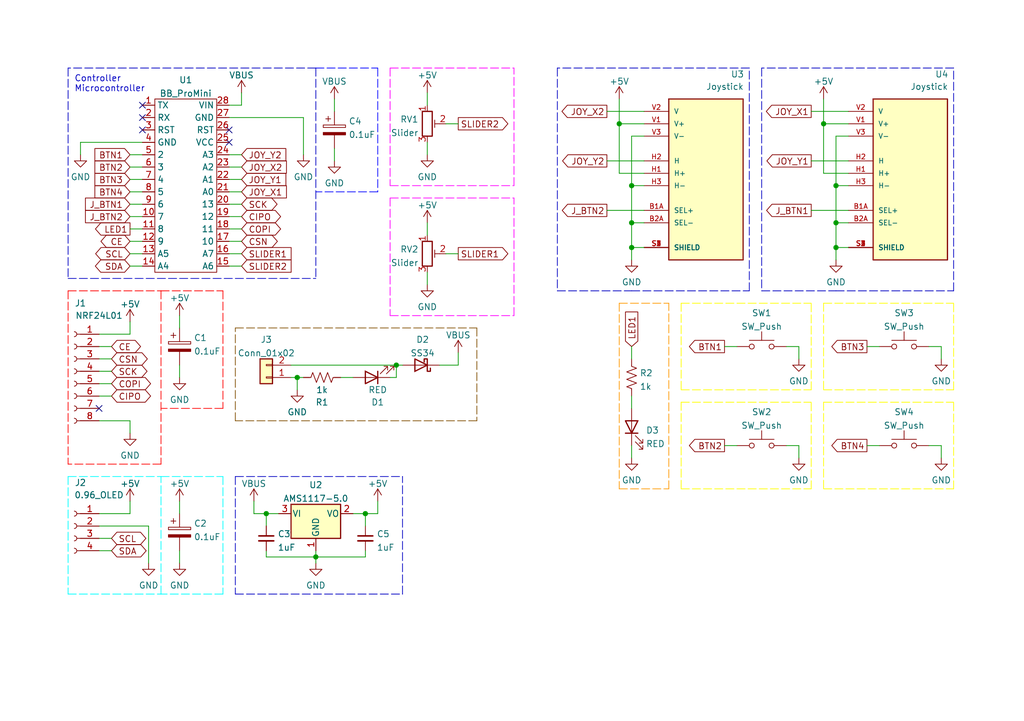
<source format=kicad_sch>
(kicad_sch (version 20211123) (generator eeschema)

  (uuid e63e39d7-6ac0-4ffd-8aa3-1841a4541b55)

  (paper "A5")

  (lib_symbols
    (symbol "COM-09032:COM-09032" (pin_names (offset 1.016)) (in_bom yes) (on_board yes)
      (property "Reference" "U" (id 0) (at -7.62 16.002 0)
        (effects (font (size 1.27 1.27)) (justify left bottom))
      )
      (property "Value" "COM-09032" (id 1) (at -7.62 -20.32 0)
        (effects (font (size 1.27 1.27)) (justify left bottom))
      )
      (property "Footprint" "XDCR_COM-09032" (id 2) (at 0 0 0)
        (effects (font (size 1.27 1.27)) (justify left bottom) hide)
      )
      (property "Datasheet" "" (id 3) (at 0 0 0)
        (effects (font (size 1.27 1.27)) (justify left bottom) hide)
      )
      (property "MANUFACTURER" "SparkFun Electronics" (id 4) (at 0 0 0)
        (effects (font (size 1.27 1.27)) (justify left bottom) hide)
      )
      (property "PARTREV" "N/A" (id 5) (at 0 0 0)
        (effects (font (size 1.27 1.27)) (justify left bottom) hide)
      )
      (property "STANDARD" "Manufacturer Recommendations" (id 6) (at 0 0 0)
        (effects (font (size 1.27 1.27)) (justify left bottom) hide)
      )
      (property "MAXIMUM_PACKAGE_HEIGHT" "30.1mm" (id 7) (at 0 0 0)
        (effects (font (size 1.27 1.27)) (justify left bottom) hide)
      )
      (property "ki_locked" "" (id 8) (at 0 0 0)
        (effects (font (size 1.27 1.27)))
      )
      (symbol "COM-09032_0_0"
        (rectangle (start -7.62 -17.78) (end 7.62 15.24)
          (stroke (width 0.254) (type default) (color 0 0 0 0))
          (fill (type background))
        )
        (pin passive line (at -12.7 -7.62 0) (length 5.08)
          (name "SEL+" (effects (font (size 1.016 1.016))))
          (number "B1A" (effects (font (size 1.016 1.016))))
        )
        (pin passive line (at -12.7 -10.16 0) (length 5.08)
          (name "SEL-" (effects (font (size 1.016 1.016))))
          (number "B2A" (effects (font (size 1.016 1.016))))
        )
        (pin passive line (at -12.7 0 0) (length 5.08)
          (name "H+" (effects (font (size 1.016 1.016))))
          (number "H1" (effects (font (size 1.016 1.016))))
        )
        (pin passive line (at -12.7 2.54 0) (length 5.08)
          (name "H" (effects (font (size 1.016 1.016))))
          (number "H2" (effects (font (size 1.016 1.016))))
        )
        (pin passive line (at -12.7 -2.54 0) (length 5.08)
          (name "H-" (effects (font (size 1.016 1.016))))
          (number "H3" (effects (font (size 1.016 1.016))))
        )
        (pin passive line (at -12.7 -15.24 0) (length 5.08)
          (name "SHIELD" (effects (font (size 1.016 1.016))))
          (number "S1" (effects (font (size 1.016 1.016))))
        )
        (pin passive line (at -12.7 -15.24 0) (length 5.08)
          (name "SHIELD" (effects (font (size 1.016 1.016))))
          (number "S2" (effects (font (size 1.016 1.016))))
        )
        (pin passive line (at -12.7 -15.24 0) (length 5.08)
          (name "SHIELD" (effects (font (size 1.016 1.016))))
          (number "S3" (effects (font (size 1.016 1.016))))
        )
        (pin passive line (at -12.7 -15.24 0) (length 5.08)
          (name "SHIELD" (effects (font (size 1.016 1.016))))
          (number "S4" (effects (font (size 1.016 1.016))))
        )
        (pin passive line (at -12.7 10.16 0) (length 5.08)
          (name "V+" (effects (font (size 1.016 1.016))))
          (number "V1" (effects (font (size 1.016 1.016))))
        )
        (pin passive line (at -12.7 12.7 0) (length 5.08)
          (name "V" (effects (font (size 1.016 1.016))))
          (number "V2" (effects (font (size 1.016 1.016))))
        )
        (pin passive line (at -12.7 7.62 0) (length 5.08)
          (name "V-" (effects (font (size 1.016 1.016))))
          (number "V3" (effects (font (size 1.016 1.016))))
        )
      )
    )
    (symbol "Connector:Conn_01x04_Female" (pin_names (offset 1.016) hide) (in_bom yes) (on_board yes)
      (property "Reference" "J" (id 0) (at 0 5.08 0)
        (effects (font (size 1.27 1.27)))
      )
      (property "Value" "Conn_01x04_Female" (id 1) (at 0 -7.62 0)
        (effects (font (size 1.27 1.27)))
      )
      (property "Footprint" "" (id 2) (at 0 0 0)
        (effects (font (size 1.27 1.27)) hide)
      )
      (property "Datasheet" "~" (id 3) (at 0 0 0)
        (effects (font (size 1.27 1.27)) hide)
      )
      (property "ki_keywords" "connector" (id 4) (at 0 0 0)
        (effects (font (size 1.27 1.27)) hide)
      )
      (property "ki_description" "Generic connector, single row, 01x04, script generated (kicad-library-utils/schlib/autogen/connector/)" (id 5) (at 0 0 0)
        (effects (font (size 1.27 1.27)) hide)
      )
      (property "ki_fp_filters" "Connector*:*_1x??_*" (id 6) (at 0 0 0)
        (effects (font (size 1.27 1.27)) hide)
      )
      (symbol "Conn_01x04_Female_1_1"
        (arc (start 0 -4.572) (mid -0.508 -5.08) (end 0 -5.588)
          (stroke (width 0.1524) (type default) (color 0 0 0 0))
          (fill (type none))
        )
        (arc (start 0 -2.032) (mid -0.508 -2.54) (end 0 -3.048)
          (stroke (width 0.1524) (type default) (color 0 0 0 0))
          (fill (type none))
        )
        (polyline
          (pts
            (xy -1.27 -5.08)
            (xy -0.508 -5.08)
          )
          (stroke (width 0.1524) (type default) (color 0 0 0 0))
          (fill (type none))
        )
        (polyline
          (pts
            (xy -1.27 -2.54)
            (xy -0.508 -2.54)
          )
          (stroke (width 0.1524) (type default) (color 0 0 0 0))
          (fill (type none))
        )
        (polyline
          (pts
            (xy -1.27 0)
            (xy -0.508 0)
          )
          (stroke (width 0.1524) (type default) (color 0 0 0 0))
          (fill (type none))
        )
        (polyline
          (pts
            (xy -1.27 2.54)
            (xy -0.508 2.54)
          )
          (stroke (width 0.1524) (type default) (color 0 0 0 0))
          (fill (type none))
        )
        (arc (start 0 0.508) (mid -0.508 0) (end 0 -0.508)
          (stroke (width 0.1524) (type default) (color 0 0 0 0))
          (fill (type none))
        )
        (arc (start 0 3.048) (mid -0.508 2.54) (end 0 2.032)
          (stroke (width 0.1524) (type default) (color 0 0 0 0))
          (fill (type none))
        )
        (pin passive line (at -5.08 2.54 0) (length 3.81)
          (name "Pin_1" (effects (font (size 1.27 1.27))))
          (number "1" (effects (font (size 1.27 1.27))))
        )
        (pin passive line (at -5.08 0 0) (length 3.81)
          (name "Pin_2" (effects (font (size 1.27 1.27))))
          (number "2" (effects (font (size 1.27 1.27))))
        )
        (pin passive line (at -5.08 -2.54 0) (length 3.81)
          (name "Pin_3" (effects (font (size 1.27 1.27))))
          (number "3" (effects (font (size 1.27 1.27))))
        )
        (pin passive line (at -5.08 -5.08 0) (length 3.81)
          (name "Pin_4" (effects (font (size 1.27 1.27))))
          (number "4" (effects (font (size 1.27 1.27))))
        )
      )
    )
    (symbol "Connector:Conn_01x08_Female" (pin_names (offset 1.016) hide) (in_bom yes) (on_board yes)
      (property "Reference" "J" (id 0) (at 0 10.16 0)
        (effects (font (size 1.27 1.27)))
      )
      (property "Value" "Conn_01x08_Female" (id 1) (at 0 -12.7 0)
        (effects (font (size 1.27 1.27)))
      )
      (property "Footprint" "" (id 2) (at 0 0 0)
        (effects (font (size 1.27 1.27)) hide)
      )
      (property "Datasheet" "~" (id 3) (at 0 0 0)
        (effects (font (size 1.27 1.27)) hide)
      )
      (property "ki_keywords" "connector" (id 4) (at 0 0 0)
        (effects (font (size 1.27 1.27)) hide)
      )
      (property "ki_description" "Generic connector, single row, 01x08, script generated (kicad-library-utils/schlib/autogen/connector/)" (id 5) (at 0 0 0)
        (effects (font (size 1.27 1.27)) hide)
      )
      (property "ki_fp_filters" "Connector*:*_1x??_*" (id 6) (at 0 0 0)
        (effects (font (size 1.27 1.27)) hide)
      )
      (symbol "Conn_01x08_Female_1_1"
        (arc (start 0 -9.652) (mid -0.508 -10.16) (end 0 -10.668)
          (stroke (width 0.1524) (type default) (color 0 0 0 0))
          (fill (type none))
        )
        (arc (start 0 -7.112) (mid -0.508 -7.62) (end 0 -8.128)
          (stroke (width 0.1524) (type default) (color 0 0 0 0))
          (fill (type none))
        )
        (arc (start 0 -4.572) (mid -0.508 -5.08) (end 0 -5.588)
          (stroke (width 0.1524) (type default) (color 0 0 0 0))
          (fill (type none))
        )
        (arc (start 0 -2.032) (mid -0.508 -2.54) (end 0 -3.048)
          (stroke (width 0.1524) (type default) (color 0 0 0 0))
          (fill (type none))
        )
        (polyline
          (pts
            (xy -1.27 -10.16)
            (xy -0.508 -10.16)
          )
          (stroke (width 0.1524) (type default) (color 0 0 0 0))
          (fill (type none))
        )
        (polyline
          (pts
            (xy -1.27 -7.62)
            (xy -0.508 -7.62)
          )
          (stroke (width 0.1524) (type default) (color 0 0 0 0))
          (fill (type none))
        )
        (polyline
          (pts
            (xy -1.27 -5.08)
            (xy -0.508 -5.08)
          )
          (stroke (width 0.1524) (type default) (color 0 0 0 0))
          (fill (type none))
        )
        (polyline
          (pts
            (xy -1.27 -2.54)
            (xy -0.508 -2.54)
          )
          (stroke (width 0.1524) (type default) (color 0 0 0 0))
          (fill (type none))
        )
        (polyline
          (pts
            (xy -1.27 0)
            (xy -0.508 0)
          )
          (stroke (width 0.1524) (type default) (color 0 0 0 0))
          (fill (type none))
        )
        (polyline
          (pts
            (xy -1.27 2.54)
            (xy -0.508 2.54)
          )
          (stroke (width 0.1524) (type default) (color 0 0 0 0))
          (fill (type none))
        )
        (polyline
          (pts
            (xy -1.27 5.08)
            (xy -0.508 5.08)
          )
          (stroke (width 0.1524) (type default) (color 0 0 0 0))
          (fill (type none))
        )
        (polyline
          (pts
            (xy -1.27 7.62)
            (xy -0.508 7.62)
          )
          (stroke (width 0.1524) (type default) (color 0 0 0 0))
          (fill (type none))
        )
        (arc (start 0 0.508) (mid -0.508 0) (end 0 -0.508)
          (stroke (width 0.1524) (type default) (color 0 0 0 0))
          (fill (type none))
        )
        (arc (start 0 3.048) (mid -0.508 2.54) (end 0 2.032)
          (stroke (width 0.1524) (type default) (color 0 0 0 0))
          (fill (type none))
        )
        (arc (start 0 5.588) (mid -0.508 5.08) (end 0 4.572)
          (stroke (width 0.1524) (type default) (color 0 0 0 0))
          (fill (type none))
        )
        (arc (start 0 8.128) (mid -0.508 7.62) (end 0 7.112)
          (stroke (width 0.1524) (type default) (color 0 0 0 0))
          (fill (type none))
        )
        (pin passive line (at -5.08 7.62 0) (length 3.81)
          (name "Pin_1" (effects (font (size 1.27 1.27))))
          (number "1" (effects (font (size 1.27 1.27))))
        )
        (pin passive line (at -5.08 5.08 0) (length 3.81)
          (name "Pin_2" (effects (font (size 1.27 1.27))))
          (number "2" (effects (font (size 1.27 1.27))))
        )
        (pin passive line (at -5.08 2.54 0) (length 3.81)
          (name "Pin_3" (effects (font (size 1.27 1.27))))
          (number "3" (effects (font (size 1.27 1.27))))
        )
        (pin passive line (at -5.08 0 0) (length 3.81)
          (name "Pin_4" (effects (font (size 1.27 1.27))))
          (number "4" (effects (font (size 1.27 1.27))))
        )
        (pin passive line (at -5.08 -2.54 0) (length 3.81)
          (name "Pin_5" (effects (font (size 1.27 1.27))))
          (number "5" (effects (font (size 1.27 1.27))))
        )
        (pin passive line (at -5.08 -5.08 0) (length 3.81)
          (name "Pin_6" (effects (font (size 1.27 1.27))))
          (number "6" (effects (font (size 1.27 1.27))))
        )
        (pin passive line (at -5.08 -7.62 0) (length 3.81)
          (name "Pin_7" (effects (font (size 1.27 1.27))))
          (number "7" (effects (font (size 1.27 1.27))))
        )
        (pin passive line (at -5.08 -10.16 0) (length 3.81)
          (name "Pin_8" (effects (font (size 1.27 1.27))))
          (number "8" (effects (font (size 1.27 1.27))))
        )
      )
    )
    (symbol "Connector_Generic:Conn_01x02" (pin_names (offset 1.016) hide) (in_bom yes) (on_board yes)
      (property "Reference" "J" (id 0) (at 0 2.54 0)
        (effects (font (size 1.27 1.27)))
      )
      (property "Value" "Conn_01x02" (id 1) (at 0 -5.08 0)
        (effects (font (size 1.27 1.27)))
      )
      (property "Footprint" "" (id 2) (at 0 0 0)
        (effects (font (size 1.27 1.27)) hide)
      )
      (property "Datasheet" "~" (id 3) (at 0 0 0)
        (effects (font (size 1.27 1.27)) hide)
      )
      (property "ki_keywords" "connector" (id 4) (at 0 0 0)
        (effects (font (size 1.27 1.27)) hide)
      )
      (property "ki_description" "Generic connector, single row, 01x02, script generated (kicad-library-utils/schlib/autogen/connector/)" (id 5) (at 0 0 0)
        (effects (font (size 1.27 1.27)) hide)
      )
      (property "ki_fp_filters" "Connector*:*_1x??_*" (id 6) (at 0 0 0)
        (effects (font (size 1.27 1.27)) hide)
      )
      (symbol "Conn_01x02_1_1"
        (rectangle (start -1.27 -2.413) (end 0 -2.667)
          (stroke (width 0.1524) (type default) (color 0 0 0 0))
          (fill (type none))
        )
        (rectangle (start -1.27 0.127) (end 0 -0.127)
          (stroke (width 0.1524) (type default) (color 0 0 0 0))
          (fill (type none))
        )
        (rectangle (start -1.27 1.27) (end 1.27 -3.81)
          (stroke (width 0.254) (type default) (color 0 0 0 0))
          (fill (type background))
        )
        (pin passive line (at -5.08 0 0) (length 3.81)
          (name "Pin_1" (effects (font (size 1.27 1.27))))
          (number "1" (effects (font (size 1.27 1.27))))
        )
        (pin passive line (at -5.08 -2.54 0) (length 3.81)
          (name "Pin_2" (effects (font (size 1.27 1.27))))
          (number "2" (effects (font (size 1.27 1.27))))
        )
      )
    )
    (symbol "Device:C_Polarized" (pin_numbers hide) (pin_names (offset 0.254)) (in_bom yes) (on_board yes)
      (property "Reference" "C" (id 0) (at 0.635 2.54 0)
        (effects (font (size 1.27 1.27)) (justify left))
      )
      (property "Value" "C_Polarized" (id 1) (at 0.635 -2.54 0)
        (effects (font (size 1.27 1.27)) (justify left))
      )
      (property "Footprint" "" (id 2) (at 0.9652 -3.81 0)
        (effects (font (size 1.27 1.27)) hide)
      )
      (property "Datasheet" "~" (id 3) (at 0 0 0)
        (effects (font (size 1.27 1.27)) hide)
      )
      (property "ki_keywords" "cap capacitor" (id 4) (at 0 0 0)
        (effects (font (size 1.27 1.27)) hide)
      )
      (property "ki_description" "Polarized capacitor" (id 5) (at 0 0 0)
        (effects (font (size 1.27 1.27)) hide)
      )
      (property "ki_fp_filters" "CP_*" (id 6) (at 0 0 0)
        (effects (font (size 1.27 1.27)) hide)
      )
      (symbol "C_Polarized_0_1"
        (rectangle (start -2.286 0.508) (end 2.286 1.016)
          (stroke (width 0) (type default) (color 0 0 0 0))
          (fill (type none))
        )
        (polyline
          (pts
            (xy -1.778 2.286)
            (xy -0.762 2.286)
          )
          (stroke (width 0) (type default) (color 0 0 0 0))
          (fill (type none))
        )
        (polyline
          (pts
            (xy -1.27 2.794)
            (xy -1.27 1.778)
          )
          (stroke (width 0) (type default) (color 0 0 0 0))
          (fill (type none))
        )
        (rectangle (start 2.286 -0.508) (end -2.286 -1.016)
          (stroke (width 0) (type default) (color 0 0 0 0))
          (fill (type outline))
        )
      )
      (symbol "C_Polarized_1_1"
        (pin passive line (at 0 3.81 270) (length 2.794)
          (name "~" (effects (font (size 1.27 1.27))))
          (number "1" (effects (font (size 1.27 1.27))))
        )
        (pin passive line (at 0 -3.81 90) (length 2.794)
          (name "~" (effects (font (size 1.27 1.27))))
          (number "2" (effects (font (size 1.27 1.27))))
        )
      )
    )
    (symbol "Device:C_Small" (pin_numbers hide) (pin_names (offset 0.254) hide) (in_bom yes) (on_board yes)
      (property "Reference" "C" (id 0) (at 0.254 1.778 0)
        (effects (font (size 1.27 1.27)) (justify left))
      )
      (property "Value" "C_Small" (id 1) (at 0.254 -2.032 0)
        (effects (font (size 1.27 1.27)) (justify left))
      )
      (property "Footprint" "" (id 2) (at 0 0 0)
        (effects (font (size 1.27 1.27)) hide)
      )
      (property "Datasheet" "~" (id 3) (at 0 0 0)
        (effects (font (size 1.27 1.27)) hide)
      )
      (property "ki_keywords" "capacitor cap" (id 4) (at 0 0 0)
        (effects (font (size 1.27 1.27)) hide)
      )
      (property "ki_description" "Unpolarized capacitor, small symbol" (id 5) (at 0 0 0)
        (effects (font (size 1.27 1.27)) hide)
      )
      (property "ki_fp_filters" "C_*" (id 6) (at 0 0 0)
        (effects (font (size 1.27 1.27)) hide)
      )
      (symbol "C_Small_0_1"
        (polyline
          (pts
            (xy -1.524 -0.508)
            (xy 1.524 -0.508)
          )
          (stroke (width 0.3302) (type default) (color 0 0 0 0))
          (fill (type none))
        )
        (polyline
          (pts
            (xy -1.524 0.508)
            (xy 1.524 0.508)
          )
          (stroke (width 0.3048) (type default) (color 0 0 0 0))
          (fill (type none))
        )
      )
      (symbol "C_Small_1_1"
        (pin passive line (at 0 2.54 270) (length 2.032)
          (name "~" (effects (font (size 1.27 1.27))))
          (number "1" (effects (font (size 1.27 1.27))))
        )
        (pin passive line (at 0 -2.54 90) (length 2.032)
          (name "~" (effects (font (size 1.27 1.27))))
          (number "2" (effects (font (size 1.27 1.27))))
        )
      )
    )
    (symbol "Device:D_Schottky" (pin_numbers hide) (pin_names (offset 1.016) hide) (in_bom yes) (on_board yes)
      (property "Reference" "D" (id 0) (at 0 2.54 0)
        (effects (font (size 1.27 1.27)))
      )
      (property "Value" "D_Schottky" (id 1) (at 0 -2.54 0)
        (effects (font (size 1.27 1.27)))
      )
      (property "Footprint" "" (id 2) (at 0 0 0)
        (effects (font (size 1.27 1.27)) hide)
      )
      (property "Datasheet" "~" (id 3) (at 0 0 0)
        (effects (font (size 1.27 1.27)) hide)
      )
      (property "ki_keywords" "diode Schottky" (id 4) (at 0 0 0)
        (effects (font (size 1.27 1.27)) hide)
      )
      (property "ki_description" "Schottky diode" (id 5) (at 0 0 0)
        (effects (font (size 1.27 1.27)) hide)
      )
      (property "ki_fp_filters" "TO-???* *_Diode_* *SingleDiode* D_*" (id 6) (at 0 0 0)
        (effects (font (size 1.27 1.27)) hide)
      )
      (symbol "D_Schottky_0_1"
        (polyline
          (pts
            (xy 1.27 0)
            (xy -1.27 0)
          )
          (stroke (width 0) (type default) (color 0 0 0 0))
          (fill (type none))
        )
        (polyline
          (pts
            (xy 1.27 1.27)
            (xy 1.27 -1.27)
            (xy -1.27 0)
            (xy 1.27 1.27)
          )
          (stroke (width 0.254) (type default) (color 0 0 0 0))
          (fill (type none))
        )
        (polyline
          (pts
            (xy -1.905 0.635)
            (xy -1.905 1.27)
            (xy -1.27 1.27)
            (xy -1.27 -1.27)
            (xy -0.635 -1.27)
            (xy -0.635 -0.635)
          )
          (stroke (width 0.254) (type default) (color 0 0 0 0))
          (fill (type none))
        )
      )
      (symbol "D_Schottky_1_1"
        (pin passive line (at -3.81 0 0) (length 2.54)
          (name "K" (effects (font (size 1.27 1.27))))
          (number "1" (effects (font (size 1.27 1.27))))
        )
        (pin passive line (at 3.81 0 180) (length 2.54)
          (name "A" (effects (font (size 1.27 1.27))))
          (number "2" (effects (font (size 1.27 1.27))))
        )
      )
    )
    (symbol "Device:LED" (pin_numbers hide) (pin_names (offset 1.016) hide) (in_bom yes) (on_board yes)
      (property "Reference" "D" (id 0) (at 0 2.54 0)
        (effects (font (size 1.27 1.27)))
      )
      (property "Value" "LED" (id 1) (at 0 -2.54 0)
        (effects (font (size 1.27 1.27)))
      )
      (property "Footprint" "" (id 2) (at 0 0 0)
        (effects (font (size 1.27 1.27)) hide)
      )
      (property "Datasheet" "~" (id 3) (at 0 0 0)
        (effects (font (size 1.27 1.27)) hide)
      )
      (property "ki_keywords" "LED diode" (id 4) (at 0 0 0)
        (effects (font (size 1.27 1.27)) hide)
      )
      (property "ki_description" "Light emitting diode" (id 5) (at 0 0 0)
        (effects (font (size 1.27 1.27)) hide)
      )
      (property "ki_fp_filters" "LED* LED_SMD:* LED_THT:*" (id 6) (at 0 0 0)
        (effects (font (size 1.27 1.27)) hide)
      )
      (symbol "LED_0_1"
        (polyline
          (pts
            (xy -1.27 -1.27)
            (xy -1.27 1.27)
          )
          (stroke (width 0.254) (type default) (color 0 0 0 0))
          (fill (type none))
        )
        (polyline
          (pts
            (xy -1.27 0)
            (xy 1.27 0)
          )
          (stroke (width 0) (type default) (color 0 0 0 0))
          (fill (type none))
        )
        (polyline
          (pts
            (xy 1.27 -1.27)
            (xy 1.27 1.27)
            (xy -1.27 0)
            (xy 1.27 -1.27)
          )
          (stroke (width 0.254) (type default) (color 0 0 0 0))
          (fill (type none))
        )
        (polyline
          (pts
            (xy -3.048 -0.762)
            (xy -4.572 -2.286)
            (xy -3.81 -2.286)
            (xy -4.572 -2.286)
            (xy -4.572 -1.524)
          )
          (stroke (width 0) (type default) (color 0 0 0 0))
          (fill (type none))
        )
        (polyline
          (pts
            (xy -1.778 -0.762)
            (xy -3.302 -2.286)
            (xy -2.54 -2.286)
            (xy -3.302 -2.286)
            (xy -3.302 -1.524)
          )
          (stroke (width 0) (type default) (color 0 0 0 0))
          (fill (type none))
        )
      )
      (symbol "LED_1_1"
        (pin passive line (at -3.81 0 0) (length 2.54)
          (name "K" (effects (font (size 1.27 1.27))))
          (number "1" (effects (font (size 1.27 1.27))))
        )
        (pin passive line (at 3.81 0 180) (length 2.54)
          (name "A" (effects (font (size 1.27 1.27))))
          (number "2" (effects (font (size 1.27 1.27))))
        )
      )
    )
    (symbol "Device:R_Potentiometer_Trim" (pin_names (offset 1.016) hide) (in_bom yes) (on_board yes)
      (property "Reference" "RV" (id 0) (at -4.445 0 90)
        (effects (font (size 1.27 1.27)))
      )
      (property "Value" "R_Potentiometer_Trim" (id 1) (at -2.54 0 90)
        (effects (font (size 1.27 1.27)))
      )
      (property "Footprint" "" (id 2) (at 0 0 0)
        (effects (font (size 1.27 1.27)) hide)
      )
      (property "Datasheet" "~" (id 3) (at 0 0 0)
        (effects (font (size 1.27 1.27)) hide)
      )
      (property "ki_keywords" "resistor variable trimpot trimmer" (id 4) (at 0 0 0)
        (effects (font (size 1.27 1.27)) hide)
      )
      (property "ki_description" "Trim-potentiometer" (id 5) (at 0 0 0)
        (effects (font (size 1.27 1.27)) hide)
      )
      (property "ki_fp_filters" "Potentiometer*" (id 6) (at 0 0 0)
        (effects (font (size 1.27 1.27)) hide)
      )
      (symbol "R_Potentiometer_Trim_0_1"
        (polyline
          (pts
            (xy 1.524 0.762)
            (xy 1.524 -0.762)
          )
          (stroke (width 0) (type default) (color 0 0 0 0))
          (fill (type none))
        )
        (polyline
          (pts
            (xy 2.54 0)
            (xy 1.524 0)
          )
          (stroke (width 0) (type default) (color 0 0 0 0))
          (fill (type none))
        )
        (rectangle (start 1.016 2.54) (end -1.016 -2.54)
          (stroke (width 0.254) (type default) (color 0 0 0 0))
          (fill (type none))
        )
      )
      (symbol "R_Potentiometer_Trim_1_1"
        (pin passive line (at 0 3.81 270) (length 1.27)
          (name "1" (effects (font (size 1.27 1.27))))
          (number "1" (effects (font (size 1.27 1.27))))
        )
        (pin passive line (at 3.81 0 180) (length 1.27)
          (name "2" (effects (font (size 1.27 1.27))))
          (number "2" (effects (font (size 1.27 1.27))))
        )
        (pin passive line (at 0 -3.81 90) (length 1.27)
          (name "3" (effects (font (size 1.27 1.27))))
          (number "3" (effects (font (size 1.27 1.27))))
        )
      )
    )
    (symbol "Device:R_US" (pin_numbers hide) (pin_names (offset 0)) (in_bom yes) (on_board yes)
      (property "Reference" "R" (id 0) (at 2.54 0 90)
        (effects (font (size 1.27 1.27)))
      )
      (property "Value" "R_US" (id 1) (at -2.54 0 90)
        (effects (font (size 1.27 1.27)))
      )
      (property "Footprint" "" (id 2) (at 1.016 -0.254 90)
        (effects (font (size 1.27 1.27)) hide)
      )
      (property "Datasheet" "~" (id 3) (at 0 0 0)
        (effects (font (size 1.27 1.27)) hide)
      )
      (property "ki_keywords" "R res resistor" (id 4) (at 0 0 0)
        (effects (font (size 1.27 1.27)) hide)
      )
      (property "ki_description" "Resistor, US symbol" (id 5) (at 0 0 0)
        (effects (font (size 1.27 1.27)) hide)
      )
      (property "ki_fp_filters" "R_*" (id 6) (at 0 0 0)
        (effects (font (size 1.27 1.27)) hide)
      )
      (symbol "R_US_0_1"
        (polyline
          (pts
            (xy 0 -2.286)
            (xy 0 -2.54)
          )
          (stroke (width 0) (type default) (color 0 0 0 0))
          (fill (type none))
        )
        (polyline
          (pts
            (xy 0 2.286)
            (xy 0 2.54)
          )
          (stroke (width 0) (type default) (color 0 0 0 0))
          (fill (type none))
        )
        (polyline
          (pts
            (xy 0 -0.762)
            (xy 1.016 -1.143)
            (xy 0 -1.524)
            (xy -1.016 -1.905)
            (xy 0 -2.286)
          )
          (stroke (width 0) (type default) (color 0 0 0 0))
          (fill (type none))
        )
        (polyline
          (pts
            (xy 0 0.762)
            (xy 1.016 0.381)
            (xy 0 0)
            (xy -1.016 -0.381)
            (xy 0 -0.762)
          )
          (stroke (width 0) (type default) (color 0 0 0 0))
          (fill (type none))
        )
        (polyline
          (pts
            (xy 0 2.286)
            (xy 1.016 1.905)
            (xy 0 1.524)
            (xy -1.016 1.143)
            (xy 0 0.762)
          )
          (stroke (width 0) (type default) (color 0 0 0 0))
          (fill (type none))
        )
      )
      (symbol "R_US_1_1"
        (pin passive line (at 0 3.81 270) (length 1.27)
          (name "~" (effects (font (size 1.27 1.27))))
          (number "1" (effects (font (size 1.27 1.27))))
        )
        (pin passive line (at 0 -3.81 90) (length 1.27)
          (name "~" (effects (font (size 1.27 1.27))))
          (number "2" (effects (font (size 1.27 1.27))))
        )
      )
    )
    (symbol "MCU_Microchip_AVR:BB_ProMini" (in_bom yes) (on_board yes)
      (property "Reference" "U" (id 0) (at 0 8.89 0)
        (effects (font (size 1.27 1.27)))
      )
      (property "Value" "BB_ProMini" (id 1) (at 0 6.35 0)
        (effects (font (size 1.27 1.27)))
      )
      (property "Footprint" "" (id 2) (at 0 0 0)
        (effects (font (size 1.27 1.27)) hide)
      )
      (property "Datasheet" "" (id 3) (at 0 0 0)
        (effects (font (size 1.27 1.27)) hide)
      )
      (symbol "BB_ProMini_0_1"
        (rectangle (start -6.35 3.81) (end 6.35 -31.75)
          (stroke (width 0.1524) (type default) (color 0 0 0 0))
          (fill (type none))
        )
      )
      (symbol "BB_ProMini_1_1"
        (pin input line (at -8.89 2.54 0) (length 2.54)
          (name "TX" (effects (font (size 1.27 1.27))))
          (number "1" (effects (font (size 1.27 1.27))))
        )
        (pin input line (at -8.89 -20.32 0) (length 2.54)
          (name "7" (effects (font (size 1.27 1.27))))
          (number "10" (effects (font (size 1.27 1.27))))
        )
        (pin input line (at -8.89 -22.86 0) (length 2.54)
          (name "8" (effects (font (size 1.27 1.27))))
          (number "11" (effects (font (size 1.27 1.27))))
        )
        (pin input line (at -8.89 -25.4 0) (length 2.54)
          (name "9" (effects (font (size 1.27 1.27))))
          (number "12" (effects (font (size 1.27 1.27))))
        )
        (pin input line (at -8.89 -27.94 0) (length 2.54)
          (name "A5" (effects (font (size 1.27 1.27))))
          (number "13" (effects (font (size 1.27 1.27))))
        )
        (pin input line (at -8.89 -30.48 0) (length 2.54)
          (name "A4" (effects (font (size 1.27 1.27))))
          (number "14" (effects (font (size 1.27 1.27))))
        )
        (pin input line (at 8.89 -30.48 180) (length 2.54)
          (name "A6" (effects (font (size 1.27 1.27))))
          (number "15" (effects (font (size 1.27 1.27))))
        )
        (pin input line (at 8.89 -27.94 180) (length 2.54)
          (name "A7" (effects (font (size 1.27 1.27))))
          (number "16" (effects (font (size 1.27 1.27))))
        )
        (pin input line (at 8.89 -25.4 180) (length 2.54)
          (name "10" (effects (font (size 1.27 1.27))))
          (number "17" (effects (font (size 1.27 1.27))))
        )
        (pin input line (at 8.89 -22.86 180) (length 2.54)
          (name "11" (effects (font (size 1.27 1.27))))
          (number "18" (effects (font (size 1.27 1.27))))
        )
        (pin input line (at 8.89 -20.32 180) (length 2.54)
          (name "12" (effects (font (size 1.27 1.27))))
          (number "19" (effects (font (size 1.27 1.27))))
        )
        (pin input line (at -8.89 0 0) (length 2.54)
          (name "RX" (effects (font (size 1.27 1.27))))
          (number "2" (effects (font (size 1.27 1.27))))
        )
        (pin input line (at 8.89 -17.78 180) (length 2.54)
          (name "13" (effects (font (size 1.27 1.27))))
          (number "20" (effects (font (size 1.27 1.27))))
        )
        (pin input line (at 8.89 -15.24 180) (length 2.54)
          (name "A0" (effects (font (size 1.27 1.27))))
          (number "21" (effects (font (size 1.27 1.27))))
        )
        (pin input line (at 8.89 -12.7 180) (length 2.54)
          (name "A1" (effects (font (size 1.27 1.27))))
          (number "22" (effects (font (size 1.27 1.27))))
        )
        (pin input line (at 8.89 -10.16 180) (length 2.54)
          (name "A2" (effects (font (size 1.27 1.27))))
          (number "23" (effects (font (size 1.27 1.27))))
        )
        (pin input line (at 8.89 -7.62 180) (length 2.54)
          (name "A3" (effects (font (size 1.27 1.27))))
          (number "24" (effects (font (size 1.27 1.27))))
        )
        (pin input line (at 8.89 -5.08 180) (length 2.54)
          (name "VCC" (effects (font (size 1.27 1.27))))
          (number "25" (effects (font (size 1.27 1.27))))
        )
        (pin input line (at 8.89 -2.54 180) (length 2.54)
          (name "RST" (effects (font (size 1.27 1.27))))
          (number "26" (effects (font (size 1.27 1.27))))
        )
        (pin input line (at 8.89 0 180) (length 2.54)
          (name "GND" (effects (font (size 1.27 1.27))))
          (number "27" (effects (font (size 1.27 1.27))))
        )
        (pin input line (at 8.89 2.54 180) (length 2.54)
          (name "VIN" (effects (font (size 1.27 1.27))))
          (number "28" (effects (font (size 1.27 1.27))))
        )
        (pin input line (at -8.89 -2.54 0) (length 2.54)
          (name "RST" (effects (font (size 1.27 1.27))))
          (number "3" (effects (font (size 1.27 1.27))))
        )
        (pin input line (at -8.89 -5.08 0) (length 2.54)
          (name "GND" (effects (font (size 1.27 1.27))))
          (number "4" (effects (font (size 1.27 1.27))))
        )
        (pin input line (at -8.89 -7.62 0) (length 2.54)
          (name "2" (effects (font (size 1.27 1.27))))
          (number "5" (effects (font (size 1.27 1.27))))
        )
        (pin input line (at -8.89 -10.16 0) (length 2.54)
          (name "3" (effects (font (size 1.27 1.27))))
          (number "6" (effects (font (size 1.27 1.27))))
        )
        (pin input line (at -8.89 -12.7 0) (length 2.54)
          (name "4" (effects (font (size 1.27 1.27))))
          (number "7" (effects (font (size 1.27 1.27))))
        )
        (pin input line (at -8.89 -15.24 0) (length 2.54)
          (name "5" (effects (font (size 1.27 1.27))))
          (number "8" (effects (font (size 1.27 1.27))))
        )
        (pin input line (at -8.89 -17.78 0) (length 2.54)
          (name "6" (effects (font (size 1.27 1.27))))
          (number "9" (effects (font (size 1.27 1.27))))
        )
      )
    )
    (symbol "Regulator_Linear:AMS1117-5.0" (pin_names (offset 0.254)) (in_bom yes) (on_board yes)
      (property "Reference" "U" (id 0) (at -3.81 3.175 0)
        (effects (font (size 1.27 1.27)))
      )
      (property "Value" "AMS1117-5.0" (id 1) (at 0 3.175 0)
        (effects (font (size 1.27 1.27)) (justify left))
      )
      (property "Footprint" "Package_TO_SOT_SMD:SOT-223-3_TabPin2" (id 2) (at 0 5.08 0)
        (effects (font (size 1.27 1.27)) hide)
      )
      (property "Datasheet" "http://www.advanced-monolithic.com/pdf/ds1117.pdf" (id 3) (at 2.54 -6.35 0)
        (effects (font (size 1.27 1.27)) hide)
      )
      (property "ki_keywords" "linear regulator ldo fixed positive" (id 4) (at 0 0 0)
        (effects (font (size 1.27 1.27)) hide)
      )
      (property "ki_description" "1A Low Dropout regulator, positive, 5.0V fixed output, SOT-223" (id 5) (at 0 0 0)
        (effects (font (size 1.27 1.27)) hide)
      )
      (property "ki_fp_filters" "SOT?223*TabPin2*" (id 6) (at 0 0 0)
        (effects (font (size 1.27 1.27)) hide)
      )
      (symbol "AMS1117-5.0_0_1"
        (rectangle (start -5.08 -5.08) (end 5.08 1.905)
          (stroke (width 0.254) (type default) (color 0 0 0 0))
          (fill (type background))
        )
      )
      (symbol "AMS1117-5.0_1_1"
        (pin power_in line (at 0 -7.62 90) (length 2.54)
          (name "GND" (effects (font (size 1.27 1.27))))
          (number "1" (effects (font (size 1.27 1.27))))
        )
        (pin power_out line (at 7.62 0 180) (length 2.54)
          (name "VO" (effects (font (size 1.27 1.27))))
          (number "2" (effects (font (size 1.27 1.27))))
        )
        (pin power_in line (at -7.62 0 0) (length 2.54)
          (name "VI" (effects (font (size 1.27 1.27))))
          (number "3" (effects (font (size 1.27 1.27))))
        )
      )
    )
    (symbol "Switch:SW_Push" (pin_numbers hide) (pin_names (offset 1.016) hide) (in_bom yes) (on_board yes)
      (property "Reference" "SW" (id 0) (at 1.27 2.54 0)
        (effects (font (size 1.27 1.27)) (justify left))
      )
      (property "Value" "SW_Push" (id 1) (at 0 -1.524 0)
        (effects (font (size 1.27 1.27)))
      )
      (property "Footprint" "" (id 2) (at 0 5.08 0)
        (effects (font (size 1.27 1.27)) hide)
      )
      (property "Datasheet" "~" (id 3) (at 0 5.08 0)
        (effects (font (size 1.27 1.27)) hide)
      )
      (property "ki_keywords" "switch normally-open pushbutton push-button" (id 4) (at 0 0 0)
        (effects (font (size 1.27 1.27)) hide)
      )
      (property "ki_description" "Push button switch, generic, two pins" (id 5) (at 0 0 0)
        (effects (font (size 1.27 1.27)) hide)
      )
      (symbol "SW_Push_0_1"
        (circle (center -2.032 0) (radius 0.508)
          (stroke (width 0) (type default) (color 0 0 0 0))
          (fill (type none))
        )
        (polyline
          (pts
            (xy 0 1.27)
            (xy 0 3.048)
          )
          (stroke (width 0) (type default) (color 0 0 0 0))
          (fill (type none))
        )
        (polyline
          (pts
            (xy 2.54 1.27)
            (xy -2.54 1.27)
          )
          (stroke (width 0) (type default) (color 0 0 0 0))
          (fill (type none))
        )
        (circle (center 2.032 0) (radius 0.508)
          (stroke (width 0) (type default) (color 0 0 0 0))
          (fill (type none))
        )
        (pin passive line (at -5.08 0 0) (length 2.54)
          (name "1" (effects (font (size 1.27 1.27))))
          (number "1" (effects (font (size 1.27 1.27))))
        )
        (pin passive line (at 5.08 0 180) (length 2.54)
          (name "2" (effects (font (size 1.27 1.27))))
          (number "2" (effects (font (size 1.27 1.27))))
        )
      )
    )
    (symbol "power:+5V" (power) (pin_names (offset 0)) (in_bom yes) (on_board yes)
      (property "Reference" "#PWR" (id 0) (at 0 -3.81 0)
        (effects (font (size 1.27 1.27)) hide)
      )
      (property "Value" "+5V" (id 1) (at 0 3.556 0)
        (effects (font (size 1.27 1.27)))
      )
      (property "Footprint" "" (id 2) (at 0 0 0)
        (effects (font (size 1.27 1.27)) hide)
      )
      (property "Datasheet" "" (id 3) (at 0 0 0)
        (effects (font (size 1.27 1.27)) hide)
      )
      (property "ki_keywords" "power-flag" (id 4) (at 0 0 0)
        (effects (font (size 1.27 1.27)) hide)
      )
      (property "ki_description" "Power symbol creates a global label with name \"+5V\"" (id 5) (at 0 0 0)
        (effects (font (size 1.27 1.27)) hide)
      )
      (symbol "+5V_0_1"
        (polyline
          (pts
            (xy -0.762 1.27)
            (xy 0 2.54)
          )
          (stroke (width 0) (type default) (color 0 0 0 0))
          (fill (type none))
        )
        (polyline
          (pts
            (xy 0 0)
            (xy 0 2.54)
          )
          (stroke (width 0) (type default) (color 0 0 0 0))
          (fill (type none))
        )
        (polyline
          (pts
            (xy 0 2.54)
            (xy 0.762 1.27)
          )
          (stroke (width 0) (type default) (color 0 0 0 0))
          (fill (type none))
        )
      )
      (symbol "+5V_1_1"
        (pin power_in line (at 0 0 90) (length 0) hide
          (name "+5V" (effects (font (size 1.27 1.27))))
          (number "1" (effects (font (size 1.27 1.27))))
        )
      )
    )
    (symbol "power:GND" (power) (pin_names (offset 0)) (in_bom yes) (on_board yes)
      (property "Reference" "#PWR" (id 0) (at 0 -6.35 0)
        (effects (font (size 1.27 1.27)) hide)
      )
      (property "Value" "GND" (id 1) (at 0 -3.81 0)
        (effects (font (size 1.27 1.27)))
      )
      (property "Footprint" "" (id 2) (at 0 0 0)
        (effects (font (size 1.27 1.27)) hide)
      )
      (property "Datasheet" "" (id 3) (at 0 0 0)
        (effects (font (size 1.27 1.27)) hide)
      )
      (property "ki_keywords" "power-flag" (id 4) (at 0 0 0)
        (effects (font (size 1.27 1.27)) hide)
      )
      (property "ki_description" "Power symbol creates a global label with name \"GND\" , ground" (id 5) (at 0 0 0)
        (effects (font (size 1.27 1.27)) hide)
      )
      (symbol "GND_0_1"
        (polyline
          (pts
            (xy 0 0)
            (xy 0 -1.27)
            (xy 1.27 -1.27)
            (xy 0 -2.54)
            (xy -1.27 -1.27)
            (xy 0 -1.27)
          )
          (stroke (width 0) (type default) (color 0 0 0 0))
          (fill (type none))
        )
      )
      (symbol "GND_1_1"
        (pin power_in line (at 0 0 270) (length 0) hide
          (name "GND" (effects (font (size 1.27 1.27))))
          (number "1" (effects (font (size 1.27 1.27))))
        )
      )
    )
    (symbol "power:VBUS" (power) (pin_names (offset 0)) (in_bom yes) (on_board yes)
      (property "Reference" "#PWR" (id 0) (at 0 -3.81 0)
        (effects (font (size 1.27 1.27)) hide)
      )
      (property "Value" "VBUS" (id 1) (at 0 3.81 0)
        (effects (font (size 1.27 1.27)))
      )
      (property "Footprint" "" (id 2) (at 0 0 0)
        (effects (font (size 1.27 1.27)) hide)
      )
      (property "Datasheet" "" (id 3) (at 0 0 0)
        (effects (font (size 1.27 1.27)) hide)
      )
      (property "ki_keywords" "power-flag" (id 4) (at 0 0 0)
        (effects (font (size 1.27 1.27)) hide)
      )
      (property "ki_description" "Power symbol creates a global label with name \"VBUS\"" (id 5) (at 0 0 0)
        (effects (font (size 1.27 1.27)) hide)
      )
      (symbol "VBUS_0_1"
        (polyline
          (pts
            (xy -0.762 1.27)
            (xy 0 2.54)
          )
          (stroke (width 0) (type default) (color 0 0 0 0))
          (fill (type none))
        )
        (polyline
          (pts
            (xy 0 0)
            (xy 0 2.54)
          )
          (stroke (width 0) (type default) (color 0 0 0 0))
          (fill (type none))
        )
        (polyline
          (pts
            (xy 0 2.54)
            (xy 0.762 1.27)
          )
          (stroke (width 0) (type default) (color 0 0 0 0))
          (fill (type none))
        )
      )
      (symbol "VBUS_1_1"
        (pin power_in line (at 0 0 90) (length 0) hide
          (name "VBUS" (effects (font (size 1.27 1.27))))
          (number "1" (effects (font (size 1.27 1.27))))
        )
      )
    )
  )

  (junction (at 129.54 50.8) (diameter 0) (color 0 0 0 0)
    (uuid 26fc99f8-ce07-4fe8-8121-c10010a0c3d3)
  )
  (junction (at 127 25.4) (diameter 0) (color 0 0 0 0)
    (uuid 3247953a-5fc3-4c2e-b8e7-20d576a6551a)
  )
  (junction (at 81.28 74.93) (diameter 0) (color 0 0 0 0)
    (uuid 51e913e4-197b-4638-b721-099731229921)
  )
  (junction (at 171.45 45.72) (diameter 0) (color 0 0 0 0)
    (uuid 5b6e7fbe-2de2-438e-9005-5b57304f2990)
  )
  (junction (at 64.77 114.3) (diameter 0) (color 0 0 0 0)
    (uuid 5cac8c59-6d0a-4ab2-877e-c4370c0e8a7e)
  )
  (junction (at 129.54 45.72) (diameter 0) (color 0 0 0 0)
    (uuid 6028814b-e57a-4567-896b-eefb84e6bfe5)
  )
  (junction (at 129.54 38.1) (diameter 0) (color 0 0 0 0)
    (uuid 6128587a-0293-4e54-a879-1460aca41b38)
  )
  (junction (at 168.91 25.4) (diameter 0) (color 0 0 0 0)
    (uuid 8f183d5d-d8f8-47bd-8772-e17680d63ce8)
  )
  (junction (at 54.61 105.41) (diameter 0) (color 0 0 0 0)
    (uuid 9c61d387-7ef5-4b2d-b46a-8508894423f2)
  )
  (junction (at 60.96 77.47) (diameter 0) (color 0 0 0 0)
    (uuid 9f1e1127-74c7-4eb7-901e-51c72b7c730f)
  )
  (junction (at 171.45 50.8) (diameter 0) (color 0 0 0 0)
    (uuid d37e8dc8-cbbe-4338-8cbd-0e566785e837)
  )
  (junction (at 74.93 105.41) (diameter 0) (color 0 0 0 0)
    (uuid dcfb4d87-28f5-4d1f-a97e-b3c552d82bfc)
  )
  (junction (at 171.45 38.1) (diameter 0) (color 0 0 0 0)
    (uuid fe023b35-d47d-4d85-9f7c-62865e1894b9)
  )

  (no_connect (at 46.99 29.21) (uuid 2d1e5c80-49a9-4844-ba1f-1ce829013040))
  (no_connect (at 29.21 26.67) (uuid 4a613364-9bea-400c-be50-d7bd16135a5b))
  (no_connect (at 29.21 21.59) (uuid 4a613364-9bea-400c-be50-d7bd16135a5c))
  (no_connect (at 46.99 26.67) (uuid 4a613364-9bea-400c-be50-d7bd16135a5d))
  (no_connect (at 29.21 24.13) (uuid 4a613364-9bea-400c-be50-d7bd16135a5e))
  (no_connect (at 20.32 83.82) (uuid d66a9306-33a6-4df1-9ba5-cdc05dd08ca5))

  (wire (pts (xy 26.67 105.41) (xy 26.67 102.87))
    (stroke (width 0) (type default) (color 0 0 0 0))
    (uuid 00fd436e-6e65-49ca-b377-3aed421e2a25)
  )
  (wire (pts (xy 171.45 27.94) (xy 171.45 38.1))
    (stroke (width 0) (type default) (color 0 0 0 0))
    (uuid 032ca7e3-6b68-4e77-84fc-c3d2e5b93bae)
  )
  (polyline (pts (xy 77.47 39.37) (xy 64.77 39.37))
    (stroke (width 0) (type default) (color 0 0 255 1))
    (uuid 036c6948-199c-4c6b-9757-5ecc3c3fd3dc)
  )
  (polyline (pts (xy 127 100.33) (xy 137.16 100.33))
    (stroke (width 0) (type default) (color 255 153 0 1))
    (uuid 0375384c-2cda-4542-b3bd-61b7d2f4fdd5)
  )

  (wire (pts (xy 81.28 74.93) (xy 82.55 74.93))
    (stroke (width 0) (type default) (color 0 0 0 0))
    (uuid 050d51df-7ddc-4613-a6ec-d0bf5046636b)
  )
  (polyline (pts (xy 48.26 97.79) (xy 48.26 121.92))
    (stroke (width 0) (type default) (color 0 0 0 0))
    (uuid 0545f1ec-263d-4b64-8931-ba471cec51c1)
  )
  (polyline (pts (xy 168.91 62.23) (xy 195.58 62.23))
    (stroke (width 0) (type default) (color 255 255 0 1))
    (uuid 06ee1774-8007-4403-8997-5707829d5d38)
  )

  (wire (pts (xy 127 35.56) (xy 127 25.4))
    (stroke (width 0) (type default) (color 0 0 0 0))
    (uuid 0db469b0-b23b-4c0f-8700-eca03b084e8d)
  )
  (wire (pts (xy 46.99 41.91) (xy 49.53 41.91))
    (stroke (width 0) (type default) (color 0 0 0 0))
    (uuid 0f7aa006-d491-44af-bee7-06a3dd6f0a93)
  )
  (wire (pts (xy 163.83 91.44) (xy 161.29 91.44))
    (stroke (width 0) (type default) (color 0 0 0 0))
    (uuid 11996adb-dea0-4d59-a06c-04ed112b5d14)
  )
  (wire (pts (xy 87.63 45.72) (xy 87.63 48.26))
    (stroke (width 0) (type default) (color 0 0 0 0))
    (uuid 11b7e493-7936-4a46-8b9a-ce16132ecfda)
  )
  (wire (pts (xy 87.63 29.21) (xy 87.63 31.75))
    (stroke (width 0) (type default) (color 0 0 0 0))
    (uuid 1423372e-7be1-4468-9b56-170548a1fa55)
  )
  (wire (pts (xy 129.54 50.8) (xy 129.54 53.34))
    (stroke (width 0) (type default) (color 0 0 0 0))
    (uuid 15f789f0-904d-4bf6-89f0-e6812e2de60f)
  )
  (wire (pts (xy 46.99 54.61) (xy 49.53 54.61))
    (stroke (width 0) (type default) (color 0 0 0 0))
    (uuid 167bb803-3a40-4aa6-8679-5eb0b96a337f)
  )
  (wire (pts (xy 166.37 22.86) (xy 173.99 22.86))
    (stroke (width 0) (type default) (color 0 0 0 0))
    (uuid 1a1c61e8-d027-45f9-8e5e-2ec73802e0a1)
  )
  (wire (pts (xy 30.48 107.95) (xy 30.48 115.57))
    (stroke (width 0) (type default) (color 0 0 0 0))
    (uuid 1cf4dc5d-1e5b-488b-a6cc-96c2f9eb5d88)
  )
  (polyline (pts (xy 80.01 40.64) (xy 105.41 40.64))
    (stroke (width 0) (type default) (color 255 0 255 1))
    (uuid 1d313a88-1431-4124-8c88-f255b825d358)
  )
  (polyline (pts (xy 33.02 59.69) (xy 33.02 95.25))
    (stroke (width 0) (type default) (color 255 0 0 1))
    (uuid 1d6ef7e1-2fcc-406d-bd70-8f32cf8fede4)
  )

  (wire (pts (xy 80.01 77.47) (xy 81.28 77.47))
    (stroke (width 0) (type default) (color 0 0 0 0))
    (uuid 1fb7a836-2a76-4e31-a821-9f563d4d1221)
  )
  (wire (pts (xy 60.96 77.47) (xy 60.96 80.01))
    (stroke (width 0) (type default) (color 0 0 0 0))
    (uuid 1fc40e86-65f1-454b-816b-080b17878bfa)
  )
  (polyline (pts (xy 153.67 13.97) (xy 114.3 13.97))
    (stroke (width 0) (type default) (color 0 0 0 0))
    (uuid 20e02c27-3c83-4fb2-9d10-951d3fff2083)
  )
  (polyline (pts (xy 127 62.23) (xy 127 100.33))
    (stroke (width 0) (type default) (color 255 153 0 1))
    (uuid 23973eab-ed83-4d24-a0a2-cd3eafef2dd9)
  )

  (wire (pts (xy 87.63 19.05) (xy 87.63 21.59))
    (stroke (width 0) (type default) (color 0 0 0 0))
    (uuid 23b8c208-77c6-4c04-9e20-f343194ee330)
  )
  (wire (pts (xy 20.32 76.2) (xy 22.86 76.2))
    (stroke (width 0) (type default) (color 0 0 0 0))
    (uuid 2b4a4021-f08b-429a-94db-fe067ad2087b)
  )
  (polyline (pts (xy 195.58 59.69) (xy 195.58 13.97))
    (stroke (width 0) (type default) (color 0 0 0 0))
    (uuid 2c0716da-b927-49ff-bd4c-df4eb0be2e22)
  )
  (polyline (pts (xy 48.26 97.79) (xy 82.55 97.79))
    (stroke (width 0) (type default) (color 0 0 0 0))
    (uuid 2d1ece0a-3500-4267-bfa2-5d31aa374123)
  )

  (wire (pts (xy 59.69 74.93) (xy 81.28 74.93))
    (stroke (width 0) (type default) (color 0 0 0 0))
    (uuid 2e3147ce-8661-4eae-95d7-0625f9052b11)
  )
  (wire (pts (xy 20.32 105.41) (xy 26.67 105.41))
    (stroke (width 0) (type default) (color 0 0 0 0))
    (uuid 2eb66ad5-8bba-4706-b7bb-0a135839bf2e)
  )
  (wire (pts (xy 91.44 52.07) (xy 93.98 52.07))
    (stroke (width 0) (type default) (color 0 0 0 0))
    (uuid 31049bf7-f40f-48f4-8ea9-4c4f8505d0bd)
  )
  (wire (pts (xy 132.08 27.94) (xy 129.54 27.94))
    (stroke (width 0) (type default) (color 0 0 0 0))
    (uuid 318e2886-8896-47cc-973a-a9b6ee7b472a)
  )
  (wire (pts (xy 16.51 31.75) (xy 16.51 29.21))
    (stroke (width 0) (type default) (color 0 0 0 0))
    (uuid 31f7b96a-2e7b-40b3-8e47-e8c223c54e31)
  )
  (wire (pts (xy 49.53 21.59) (xy 49.53 19.05))
    (stroke (width 0) (type default) (color 0 0 0 0))
    (uuid 3224840d-861a-4de2-97f7-f0e942682cd3)
  )
  (polyline (pts (xy 114.3 59.69) (xy 129.54 59.69))
    (stroke (width 0) (type default) (color 0 0 0 0))
    (uuid 3479db78-70bd-48eb-8c37-615ca94dc230)
  )

  (wire (pts (xy 46.99 46.99) (xy 49.53 46.99))
    (stroke (width 0) (type default) (color 0 0 0 0))
    (uuid 34a62214-7303-4147-90cb-8a37c385d630)
  )
  (wire (pts (xy 69.85 77.47) (xy 72.39 77.47))
    (stroke (width 0) (type default) (color 0 0 0 0))
    (uuid 34e88e34-5ce8-42bb-96cd-256e7f254bda)
  )
  (polyline (pts (xy 139.7 80.01) (xy 166.37 80.01))
    (stroke (width 0) (type default) (color 255 255 0 1))
    (uuid 35946a43-2f93-4518-ac8c-97555913db84)
  )
  (polyline (pts (xy 168.91 82.55) (xy 168.91 100.33))
    (stroke (width 0) (type default) (color 255 255 0 1))
    (uuid 35ae49ec-399b-4adf-89c1-f57d463299db)
  )

  (wire (pts (xy 124.46 43.18) (xy 132.08 43.18))
    (stroke (width 0) (type default) (color 0 0 0 0))
    (uuid 375f888c-0b25-4078-9e28-dcd15169d0c9)
  )
  (polyline (pts (xy 139.7 62.23) (xy 166.37 62.23))
    (stroke (width 0) (type default) (color 255 255 0 1))
    (uuid 3781eeda-5c7f-4c8a-8adb-14bd0213cf84)
  )

  (wire (pts (xy 132.08 45.72) (xy 129.54 45.72))
    (stroke (width 0) (type default) (color 0 0 0 0))
    (uuid 386265b8-97e2-4e36-a61a-222198e00298)
  )
  (wire (pts (xy 60.96 77.47) (xy 62.23 77.47))
    (stroke (width 0) (type default) (color 0 0 0 0))
    (uuid 38cc1bca-ee70-4abe-bb4a-108be201b796)
  )
  (wire (pts (xy 129.54 45.72) (xy 129.54 50.8))
    (stroke (width 0) (type default) (color 0 0 0 0))
    (uuid 3c645db8-3369-4a0f-9f45-c57341367930)
  )
  (wire (pts (xy 68.58 20.32) (xy 68.58 22.86))
    (stroke (width 0) (type default) (color 0 0 0 0))
    (uuid 3ef4f3e9-c1df-4c54-b445-6c8cd5c51b5e)
  )
  (wire (pts (xy 26.67 39.37) (xy 29.21 39.37))
    (stroke (width 0) (type default) (color 0 0 0 0))
    (uuid 3ff214ad-cf40-434e-b0e4-0ba9da101f66)
  )
  (polyline (pts (xy 105.41 64.77) (xy 105.41 40.64))
    (stroke (width 0) (type default) (color 255 0 255 1))
    (uuid 3ffd998b-1029-47a3-9760-29d6bdae0af5)
  )
  (polyline (pts (xy 33.02 59.69) (xy 45.72 59.69))
    (stroke (width 0) (type default) (color 255 0 0 1))
    (uuid 4001ad8c-0d40-470b-9519-401bdab26d8d)
  )

  (wire (pts (xy 81.28 77.47) (xy 81.28 74.93))
    (stroke (width 0) (type default) (color 0 0 0 0))
    (uuid 40b8aec2-4e15-49d0-8097-ce70f64b9933)
  )
  (wire (pts (xy 132.08 35.56) (xy 127 35.56))
    (stroke (width 0) (type default) (color 0 0 0 0))
    (uuid 41bdc9af-9ca2-4711-9748-dc52f0fb46cc)
  )
  (polyline (pts (xy 48.26 86.36) (xy 48.26 67.31))
    (stroke (width 0) (type default) (color 128 77 0 1))
    (uuid 4358a5c6-62dd-4a47-92a1-d445f8443cf2)
  )
  (polyline (pts (xy 13.97 97.79) (xy 13.97 121.92))
    (stroke (width 0) (type default) (color 0 255 255 1))
    (uuid 4447713b-4b09-4ef6-a20f-5a2b8a2e2fe8)
  )
  (polyline (pts (xy 139.7 62.23) (xy 139.7 80.01))
    (stroke (width 0) (type default) (color 255 255 0 1))
    (uuid 458edbe6-cc5a-4776-8974-88e232fc782a)
  )

  (wire (pts (xy 171.45 50.8) (xy 171.45 53.34))
    (stroke (width 0) (type default) (color 0 0 0 0))
    (uuid 49daed21-070b-46d8-8d60-309b19b3d7af)
  )
  (polyline (pts (xy 80.01 64.77) (xy 105.41 64.77))
    (stroke (width 0) (type default) (color 255 0 255 1))
    (uuid 4ca92ab4-c53c-43f0-9994-74d209d37ed2)
  )
  (polyline (pts (xy 195.58 13.97) (xy 156.21 13.97))
    (stroke (width 0) (type default) (color 0 0 0 0))
    (uuid 4cefd74d-3281-46ec-906e-1955cce097d9)
  )

  (wire (pts (xy 26.67 41.91) (xy 29.21 41.91))
    (stroke (width 0) (type default) (color 0 0 0 0))
    (uuid 4e5095e6-a407-457a-8205-cf801958174c)
  )
  (wire (pts (xy 26.67 36.83) (xy 29.21 36.83))
    (stroke (width 0) (type default) (color 0 0 0 0))
    (uuid 5086e0da-250d-42a8-a43f-fced5afa4e61)
  )
  (wire (pts (xy 193.04 73.66) (xy 193.04 71.12))
    (stroke (width 0) (type default) (color 0 0 0 0))
    (uuid 5357d61d-1a13-4cfb-b597-1040da9ad4f0)
  )
  (wire (pts (xy 26.67 31.75) (xy 29.21 31.75))
    (stroke (width 0) (type default) (color 0 0 0 0))
    (uuid 53e735e6-eaf0-4a08-a576-af00efbcf204)
  )
  (wire (pts (xy 20.32 86.36) (xy 26.67 86.36))
    (stroke (width 0) (type default) (color 0 0 0 0))
    (uuid 55fe3bf1-d1f5-4d1e-9146-17813c7be24b)
  )
  (wire (pts (xy 46.99 24.13) (xy 62.23 24.13))
    (stroke (width 0) (type default) (color 0 0 0 0))
    (uuid 571e10f8-4cc6-4ca1-a982-881a360560e9)
  )
  (wire (pts (xy 173.99 38.1) (xy 171.45 38.1))
    (stroke (width 0) (type default) (color 0 0 0 0))
    (uuid 575181dc-b3d8-434f-a3f6-20d13ae367d3)
  )
  (wire (pts (xy 54.61 105.41) (xy 54.61 107.95))
    (stroke (width 0) (type default) (color 0 0 0 0))
    (uuid 5946fd20-09e3-484c-9617-0d266de61d7b)
  )
  (wire (pts (xy 72.39 105.41) (xy 74.93 105.41))
    (stroke (width 0) (type default) (color 0 0 0 0))
    (uuid 5c54359f-2302-4953-a32d-37a60c0ba6ef)
  )
  (wire (pts (xy 64.77 114.3) (xy 64.77 115.57))
    (stroke (width 0) (type default) (color 0 0 0 0))
    (uuid 5da5b1ca-2c3f-407e-a50d-4ecfe3b20f6e)
  )
  (wire (pts (xy 26.67 54.61) (xy 29.21 54.61))
    (stroke (width 0) (type default) (color 0 0 0 0))
    (uuid 5e40fa9f-18c9-4aed-a7bd-a51611e3f6c2)
  )
  (wire (pts (xy 46.99 49.53) (xy 49.53 49.53))
    (stroke (width 0) (type default) (color 0 0 0 0))
    (uuid 5e8bad9a-aa35-4151-981c-9465de4bd104)
  )
  (wire (pts (xy 171.45 38.1) (xy 171.45 45.72))
    (stroke (width 0) (type default) (color 0 0 0 0))
    (uuid 5fbe322c-70b3-4cbf-9199-9373dff02578)
  )
  (polyline (pts (xy 13.97 59.69) (xy 13.97 95.25))
    (stroke (width 0) (type default) (color 255 0 0 1))
    (uuid 5fe113b3-8292-4c21-9c79-8c2045a29feb)
  )

  (wire (pts (xy 168.91 25.4) (xy 168.91 20.32))
    (stroke (width 0) (type default) (color 0 0 0 0))
    (uuid 60019cd7-55e9-4d8d-a883-057b48859510)
  )
  (wire (pts (xy 129.54 71.12) (xy 129.54 73.66))
    (stroke (width 0) (type default) (color 0 0 0 0))
    (uuid 6009f27a-4930-4e80-af08-e78a27c3b71a)
  )
  (polyline (pts (xy 114.3 13.97) (xy 114.3 59.69))
    (stroke (width 0) (type default) (color 0 0 0 0))
    (uuid 612fba37-fd62-49e1-b43b-d4e5cc4ec38c)
  )
  (polyline (pts (xy 80.01 13.97) (xy 105.41 13.97))
    (stroke (width 0) (type default) (color 255 0 255 1))
    (uuid 633fe9b6-6833-4ccf-bdff-0c3aaea7f46f)
  )

  (wire (pts (xy 173.99 25.4) (xy 168.91 25.4))
    (stroke (width 0) (type default) (color 0 0 0 0))
    (uuid 656bf201-8bd2-4aae-a5fe-7c5b8aaa4580)
  )
  (wire (pts (xy 36.83 64.77) (xy 36.83 67.31))
    (stroke (width 0) (type default) (color 0 0 0 0))
    (uuid 68af74fc-859c-4afd-9d48-090385e59065)
  )
  (wire (pts (xy 26.67 34.29) (xy 29.21 34.29))
    (stroke (width 0) (type default) (color 0 0 0 0))
    (uuid 6afe2512-d3f8-4e28-88ef-7f833a1b51f8)
  )
  (wire (pts (xy 46.99 36.83) (xy 49.53 36.83))
    (stroke (width 0) (type default) (color 0 0 0 0))
    (uuid 6b5bb895-1b5e-4dcc-b013-1fe8962f889c)
  )
  (wire (pts (xy 20.32 78.74) (xy 22.86 78.74))
    (stroke (width 0) (type default) (color 0 0 0 0))
    (uuid 6c3b31ed-bcc6-4f85-a97e-934bfe5e2ae9)
  )
  (polyline (pts (xy 77.47 13.97) (xy 77.47 39.37))
    (stroke (width 0) (type default) (color 0 0 255 1))
    (uuid 6c9b2033-1379-4b79-83b9-c74bc302e595)
  )
  (polyline (pts (xy 33.02 121.92) (xy 33.02 97.79))
    (stroke (width 0) (type default) (color 0 255 255 1))
    (uuid 6d9c4b1a-953b-4ae8-84df-b114d40abd24)
  )
  (polyline (pts (xy 33.02 95.25) (xy 13.97 95.25))
    (stroke (width 0) (type default) (color 255 0 0 1))
    (uuid 6f959d84-8ab5-44c5-98eb-58a7b61454de)
  )
  (polyline (pts (xy 64.77 13.97) (xy 77.47 13.97))
    (stroke (width 0) (type default) (color 0 0 255 1))
    (uuid 70f3caa8-f372-4ff6-8ff3-977242d14e9a)
  )
  (polyline (pts (xy 45.72 121.92) (xy 33.02 121.92))
    (stroke (width 0) (type default) (color 0 255 255 1))
    (uuid 72e016d5-33ec-416e-81f0-1cd025145707)
  )
  (polyline (pts (xy 64.77 13.97) (xy 64.77 57.15))
    (stroke (width 0) (type default) (color 0 0 194 1))
    (uuid 73a449d9-f254-4ebf-8e75-33c83c983c08)
  )

  (wire (pts (xy 127 25.4) (xy 127 20.32))
    (stroke (width 0) (type default) (color 0 0 0 0))
    (uuid 7a4d77d5-cf7b-4c01-a638-9ea817b93bc2)
  )
  (polyline (pts (xy 97.79 86.36) (xy 48.26 86.36))
    (stroke (width 0) (type default) (color 128 77 0 1))
    (uuid 7ab4230b-16cc-4537-beb2-7ccf683322f6)
  )
  (polyline (pts (xy 171.45 59.69) (xy 195.58 59.69))
    (stroke (width 0) (type default) (color 0 0 0 0))
    (uuid 7acae069-5d83-4843-8cf4-77009c18570d)
  )

  (wire (pts (xy 59.69 77.47) (xy 60.96 77.47))
    (stroke (width 0) (type default) (color 0 0 0 0))
    (uuid 7ebc2f0f-4fca-42f3-a627-91eb21fc5770)
  )
  (polyline (pts (xy 80.01 40.64) (xy 80.01 64.77))
    (stroke (width 0) (type default) (color 255 0 255 1))
    (uuid 7f44835c-bae4-46d7-bc85-159ff3c67975)
  )

  (wire (pts (xy 124.46 22.86) (xy 132.08 22.86))
    (stroke (width 0) (type default) (color 0 0 0 0))
    (uuid 80e6ff09-ebef-4a5f-a7fc-8c690e694d56)
  )
  (polyline (pts (xy 137.16 100.33) (xy 137.16 62.23))
    (stroke (width 0) (type default) (color 255 153 0 1))
    (uuid 84a3468a-d02e-421e-9fc9-c15fa3ab7558)
  )
  (polyline (pts (xy 168.91 100.33) (xy 195.58 100.33))
    (stroke (width 0) (type default) (color 255 255 0 1))
    (uuid 86289caf-aeaf-4ff3-bc85-d406362332e8)
  )
  (polyline (pts (xy 168.91 82.55) (xy 195.58 82.55))
    (stroke (width 0) (type default) (color 255 255 0 1))
    (uuid 86e09ddb-92b8-462d-bc9b-697180213262)
  )
  (polyline (pts (xy 168.91 62.23) (xy 168.91 80.01))
    (stroke (width 0) (type default) (color 255 255 0 1))
    (uuid 886a416e-0189-4999-a45c-585a11a0cded)
  )
  (polyline (pts (xy 13.97 97.79) (xy 33.02 97.79))
    (stroke (width 0) (type default) (color 0 255 255 1))
    (uuid 892e9756-4307-42d0-9ed5-73db1ba34edb)
  )

  (wire (pts (xy 36.83 113.03) (xy 36.83 115.57))
    (stroke (width 0) (type default) (color 0 0 0 0))
    (uuid 8aff07da-8134-4e5f-bf57-7c85ac92b63f)
  )
  (wire (pts (xy 46.99 44.45) (xy 49.53 44.45))
    (stroke (width 0) (type default) (color 0 0 0 0))
    (uuid 8b048b03-f012-473f-afc4-e06833bf5949)
  )
  (polyline (pts (xy 33.02 97.79) (xy 45.72 97.79))
    (stroke (width 0) (type default) (color 0 255 255 1))
    (uuid 8f180061-c20c-42ff-9197-c5e4e84a604b)
  )

  (wire (pts (xy 26.67 44.45) (xy 29.21 44.45))
    (stroke (width 0) (type default) (color 0 0 0 0))
    (uuid 8f847a70-ee2f-4078-81e8-67f21fd6790c)
  )
  (polyline (pts (xy 13.97 13.97) (xy 13.97 57.15))
    (stroke (width 0) (type default) (color 0 0 194 1))
    (uuid 905d4be6-6578-417a-a985-0bee97791418)
  )

  (wire (pts (xy 54.61 114.3) (xy 64.77 114.3))
    (stroke (width 0) (type default) (color 0 0 0 0))
    (uuid 92a2f379-14b8-45e4-98e5-67838563c9ac)
  )
  (wire (pts (xy 90.17 74.93) (xy 93.98 74.93))
    (stroke (width 0) (type default) (color 0 0 0 0))
    (uuid 95a52870-57ce-4320-a828-3c9f3fa16885)
  )
  (polyline (pts (xy 13.97 59.69) (xy 33.02 59.69))
    (stroke (width 0) (type default) (color 255 0 0 1))
    (uuid 96609a3c-64fa-4728-8edb-e078fb92997f)
  )

  (wire (pts (xy 168.91 35.56) (xy 168.91 25.4))
    (stroke (width 0) (type default) (color 0 0 0 0))
    (uuid 990b3c36-6f7a-4c6a-a922-f265fc4ca897)
  )
  (wire (pts (xy 132.08 50.8) (xy 129.54 50.8))
    (stroke (width 0) (type default) (color 0 0 0 0))
    (uuid 991721fa-8391-4eaa-8332-ee10c24b9c89)
  )
  (wire (pts (xy 20.32 113.03) (xy 22.86 113.03))
    (stroke (width 0) (type default) (color 0 0 0 0))
    (uuid 9c2bac81-6216-48c9-865c-2385efdbae7d)
  )
  (wire (pts (xy 64.77 113.03) (xy 64.77 114.3))
    (stroke (width 0) (type default) (color 0 0 0 0))
    (uuid 9d75bc14-10a2-423e-9604-9e4dfe312331)
  )
  (wire (pts (xy 36.83 102.87) (xy 36.83 105.41))
    (stroke (width 0) (type default) (color 0 0 0 0))
    (uuid 9f264c7a-21d2-4251-a1bb-f11b6cede243)
  )
  (polyline (pts (xy 13.97 57.15) (xy 64.77 57.15))
    (stroke (width 0) (type default) (color 0 0 194 1))
    (uuid 9fc1a4d9-12a5-42c6-94b7-6e368845e503)
  )
  (polyline (pts (xy 156.21 13.97) (xy 156.21 59.69))
    (stroke (width 0) (type default) (color 0 0 0 0))
    (uuid a00c40a1-bd59-4695-98ed-88e837bf7d1a)
  )

  (wire (pts (xy 52.07 105.41) (xy 54.61 105.41))
    (stroke (width 0) (type default) (color 0 0 0 0))
    (uuid a062bb87-ac8b-4416-8ea9-b9925ae598e0)
  )
  (wire (pts (xy 20.32 81.28) (xy 22.86 81.28))
    (stroke (width 0) (type default) (color 0 0 0 0))
    (uuid a30d8973-30e5-407e-8ed2-8249cce59363)
  )
  (wire (pts (xy 62.23 24.13) (xy 62.23 31.75))
    (stroke (width 0) (type default) (color 0 0 0 0))
    (uuid a62fdd31-fc3b-4afa-93d6-5cdcaa6f6204)
  )
  (polyline (pts (xy 195.58 80.01) (xy 195.58 62.23))
    (stroke (width 0) (type default) (color 255 255 0 1))
    (uuid a646abfb-b63e-4e84-85dc-77f3a4c1df39)
  )

  (wire (pts (xy 74.93 114.3) (xy 74.93 113.03))
    (stroke (width 0) (type default) (color 0 0 0 0))
    (uuid abd497fe-9666-4f13-a0ac-3e99ec67650f)
  )
  (wire (pts (xy 46.99 39.37) (xy 49.53 39.37))
    (stroke (width 0) (type default) (color 0 0 0 0))
    (uuid ac532920-c299-41a4-b0b4-7a9caba4a9c7)
  )
  (polyline (pts (xy 48.26 67.31) (xy 97.79 67.31))
    (stroke (width 0) (type default) (color 128 77 0 1))
    (uuid acc8a17c-ec02-489d-b4ec-2357605f0508)
  )

  (wire (pts (xy 132.08 38.1) (xy 129.54 38.1))
    (stroke (width 0) (type default) (color 0 0 0 0))
    (uuid af726091-2946-4616-952e-192dd61ab5fd)
  )
  (wire (pts (xy 173.99 45.72) (xy 171.45 45.72))
    (stroke (width 0) (type default) (color 0 0 0 0))
    (uuid afafc211-c535-45c7-8e61-580d9acfd76b)
  )
  (wire (pts (xy 74.93 105.41) (xy 77.47 105.41))
    (stroke (width 0) (type default) (color 0 0 0 0))
    (uuid b0872e71-38a1-4bea-b03e-49078ca4cdfc)
  )
  (polyline (pts (xy 139.7 82.55) (xy 166.37 82.55))
    (stroke (width 0) (type default) (color 255 255 0 1))
    (uuid b1773279-d907-4b6b-bd02-a11a2b553553)
  )
  (polyline (pts (xy 156.21 59.69) (xy 171.45 59.69))
    (stroke (width 0) (type default) (color 0 0 0 0))
    (uuid b2403599-7f90-4b2f-a974-556effb8561d)
  )

  (wire (pts (xy 132.08 25.4) (xy 127 25.4))
    (stroke (width 0) (type default) (color 0 0 0 0))
    (uuid b2b0b098-5a4f-4ee0-b959-b975e6c554c6)
  )
  (wire (pts (xy 54.61 105.41) (xy 57.15 105.41))
    (stroke (width 0) (type default) (color 0 0 0 0))
    (uuid b4360b04-f98a-4180-a2ae-0935bbcef95c)
  )
  (wire (pts (xy 16.51 29.21) (xy 29.21 29.21))
    (stroke (width 0) (type default) (color 0 0 0 0))
    (uuid b5152021-3f8d-43a5-a54e-1ff0d530d3a0)
  )
  (wire (pts (xy 177.8 91.44) (xy 180.34 91.44))
    (stroke (width 0) (type default) (color 0 0 0 0))
    (uuid b652c700-e2e9-41af-99e8-9677d949a5ee)
  )
  (wire (pts (xy 166.37 43.18) (xy 173.99 43.18))
    (stroke (width 0) (type default) (color 0 0 0 0))
    (uuid b6aea28b-5a7f-400e-8471-6dd00dca90ff)
  )
  (wire (pts (xy 20.32 71.12) (xy 22.86 71.12))
    (stroke (width 0) (type default) (color 0 0 0 0))
    (uuid b6b9220e-4d04-4da1-99ea-61752ac56adc)
  )
  (wire (pts (xy 26.67 49.53) (xy 29.21 49.53))
    (stroke (width 0) (type default) (color 0 0 0 0))
    (uuid b6c6bbfe-1511-457e-ad19-1f2c13506977)
  )
  (wire (pts (xy 163.83 71.12) (xy 161.29 71.12))
    (stroke (width 0) (type default) (color 0 0 0 0))
    (uuid b8942567-ef54-43b7-b967-e62643a76719)
  )
  (wire (pts (xy 20.32 107.95) (xy 30.48 107.95))
    (stroke (width 0) (type default) (color 0 0 0 0))
    (uuid b8eef25f-af2a-42d0-9891-2b17102a0c13)
  )
  (polyline (pts (xy 80.01 38.1) (xy 105.41 38.1))
    (stroke (width 0) (type default) (color 255 0 255 1))
    (uuid b9dd6905-57b8-4f5e-8c4c-3b8e2275542a)
  )

  (wire (pts (xy 91.44 25.4) (xy 93.98 25.4))
    (stroke (width 0) (type default) (color 0 0 0 0))
    (uuid ba2adc85-63dc-43d3-a0c5-101dc7228e95)
  )
  (wire (pts (xy 74.93 105.41) (xy 74.93 107.95))
    (stroke (width 0) (type default) (color 0 0 0 0))
    (uuid bafa971e-4e08-42fa-a511-4f5f3fbd3eac)
  )
  (polyline (pts (xy 82.55 121.92) (xy 82.55 97.79))
    (stroke (width 0) (type default) (color 0 0 0 0))
    (uuid bb055227-b547-4e11-8c8f-f21a81e4f57d)
  )

  (wire (pts (xy 173.99 35.56) (xy 168.91 35.56))
    (stroke (width 0) (type default) (color 0 0 0 0))
    (uuid bc6837e9-d1d6-49d3-a6ea-98c22b7b578a)
  )
  (wire (pts (xy 193.04 93.98) (xy 193.04 91.44))
    (stroke (width 0) (type default) (color 0 0 0 0))
    (uuid bceedc95-9825-4626-ba9c-6295532a79a8)
  )
  (wire (pts (xy 177.8 71.12) (xy 180.34 71.12))
    (stroke (width 0) (type default) (color 0 0 0 0))
    (uuid c1a697f3-edf5-41e9-bf82-0b153de773f3)
  )
  (polyline (pts (xy 97.79 67.31) (xy 97.79 86.36))
    (stroke (width 0) (type default) (color 128 77 0 1))
    (uuid c1f4cf16-aec6-4643-a374-da71f29b53d1)
  )
  (polyline (pts (xy 45.72 83.82) (xy 33.02 83.82))
    (stroke (width 0) (type default) (color 255 0 0 1))
    (uuid c3e682f1-9b55-4a5b-a1c5-c12a077bfe6a)
  )
  (polyline (pts (xy 45.72 59.69) (xy 45.72 83.82))
    (stroke (width 0) (type default) (color 255 0 0 1))
    (uuid c3f0dddf-34ad-44b8-a4e3-0c1b517a14e8)
  )

  (wire (pts (xy 193.04 91.44) (xy 190.5 91.44))
    (stroke (width 0) (type default) (color 0 0 0 0))
    (uuid c4c04453-9946-4daa-9434-7f3d200170ca)
  )
  (wire (pts (xy 148.59 91.44) (xy 151.13 91.44))
    (stroke (width 0) (type default) (color 0 0 0 0))
    (uuid c66f206d-e340-475c-a51f-8dcc608d4da3)
  )
  (polyline (pts (xy 168.91 80.01) (xy 195.58 80.01))
    (stroke (width 0) (type default) (color 255 255 0 1))
    (uuid c749d3ef-6ff1-450e-bfef-f3f69702c065)
  )
  (polyline (pts (xy 48.26 121.92) (xy 82.55 121.92))
    (stroke (width 0) (type default) (color 0 0 0 0))
    (uuid c7aaebe9-c31f-47c8-9cbb-f8b56dc898ce)
  )

  (wire (pts (xy 54.61 113.03) (xy 54.61 114.3))
    (stroke (width 0) (type default) (color 0 0 0 0))
    (uuid c9c7ffeb-a7c0-4400-aebf-8932aea3c0f4)
  )
  (wire (pts (xy 26.67 68.58) (xy 26.67 66.04))
    (stroke (width 0) (type default) (color 0 0 0 0))
    (uuid cc15279d-322e-4fbb-916b-98ce169c8108)
  )
  (wire (pts (xy 46.99 21.59) (xy 49.53 21.59))
    (stroke (width 0) (type default) (color 0 0 0 0))
    (uuid cc33f6dd-af5c-494a-82d9-a78b0b17382b)
  )
  (wire (pts (xy 68.58 30.48) (xy 68.58 33.02))
    (stroke (width 0) (type default) (color 0 0 0 0))
    (uuid cc87bb44-1522-4b98-b338-e8583fd0b43e)
  )
  (polyline (pts (xy 45.72 97.79) (xy 45.72 121.92))
    (stroke (width 0) (type default) (color 0 255 255 1))
    (uuid cf581fe8-adc1-494e-82e8-1439e309bfe1)
  )

  (wire (pts (xy 26.67 52.07) (xy 29.21 52.07))
    (stroke (width 0) (type default) (color 0 0 0 0))
    (uuid cfcf9d5f-3166-477f-9c8b-0b0b7fae30d5)
  )
  (wire (pts (xy 166.37 33.02) (xy 173.99 33.02))
    (stroke (width 0) (type default) (color 0 0 0 0))
    (uuid d4dc8686-f209-4295-9fc2-8b94a246900b)
  )
  (polyline (pts (xy 166.37 80.01) (xy 166.37 62.23))
    (stroke (width 0) (type default) (color 255 255 0 1))
    (uuid d69a6943-aa78-4629-b9f5-c91b682e2ca9)
  )
  (polyline (pts (xy 139.7 100.33) (xy 166.37 100.33))
    (stroke (width 0) (type default) (color 255 255 0 1))
    (uuid d8c46942-13e9-4224-b0e1-db2d708b18e1)
  )

  (wire (pts (xy 129.54 27.94) (xy 129.54 38.1))
    (stroke (width 0) (type default) (color 0 0 0 0))
    (uuid da540ea7-0be1-45ab-ac00-5c78d25bf496)
  )
  (wire (pts (xy 26.67 46.99) (xy 29.21 46.99))
    (stroke (width 0) (type default) (color 0 0 0 0))
    (uuid db02788a-efb9-4b51-9222-7a7075147128)
  )
  (wire (pts (xy 193.04 71.12) (xy 190.5 71.12))
    (stroke (width 0) (type default) (color 0 0 0 0))
    (uuid e123c2f4-b76a-41fd-a8bd-4b0d5b11d345)
  )
  (polyline (pts (xy 129.54 59.69) (xy 153.67 59.69))
    (stroke (width 0) (type default) (color 0 0 0 0))
    (uuid e176dc94-4f03-42ec-ad14-b902c5513424)
  )

  (wire (pts (xy 46.99 31.75) (xy 49.53 31.75))
    (stroke (width 0) (type default) (color 0 0 0 0))
    (uuid e19e6d87-d34f-4b7b-8efd-db969cc6fe19)
  )
  (wire (pts (xy 52.07 102.87) (xy 52.07 105.41))
    (stroke (width 0) (type default) (color 0 0 0 0))
    (uuid e22b94cd-26a0-4f23-95bd-a0310f47d798)
  )
  (wire (pts (xy 46.99 34.29) (xy 49.53 34.29))
    (stroke (width 0) (type default) (color 0 0 0 0))
    (uuid e238ac62-2305-45c6-ad6e-0cd90517726f)
  )
  (wire (pts (xy 20.32 73.66) (xy 22.86 73.66))
    (stroke (width 0) (type default) (color 0 0 0 0))
    (uuid e25cf8fe-d0cd-4287-b923-fbe03ca7502a)
  )
  (wire (pts (xy 163.83 73.66) (xy 163.83 71.12))
    (stroke (width 0) (type default) (color 0 0 0 0))
    (uuid e2d8ed92-2dcc-43fe-93e0-3c20de1f287a)
  )
  (polyline (pts (xy 153.67 59.69) (xy 153.67 13.97))
    (stroke (width 0) (type default) (color 0 0 0 0))
    (uuid e6a5e85c-2a30-4558-b88c-98ea96dfefc5)
  )

  (wire (pts (xy 64.77 114.3) (xy 74.93 114.3))
    (stroke (width 0) (type default) (color 0 0 0 0))
    (uuid e6c3b2f2-1804-4498-9b20-3fdf09e005f5)
  )
  (wire (pts (xy 20.32 110.49) (xy 22.86 110.49))
    (stroke (width 0) (type default) (color 0 0 0 0))
    (uuid e6cf23f1-120a-4e4d-a969-2444ce993741)
  )
  (wire (pts (xy 171.45 45.72) (xy 171.45 50.8))
    (stroke (width 0) (type default) (color 0 0 0 0))
    (uuid e7ba1538-c70c-4887-bd8f-d589a2a4db7b)
  )
  (wire (pts (xy 148.59 71.12) (xy 151.13 71.12))
    (stroke (width 0) (type default) (color 0 0 0 0))
    (uuid e7bc2f61-4820-4f64-a39c-d5fd139b3db2)
  )
  (wire (pts (xy 129.54 91.44) (xy 129.54 93.98))
    (stroke (width 0) (type default) (color 0 0 0 0))
    (uuid e7ed2c28-b97d-40ed-965b-1675df762df2)
  )
  (wire (pts (xy 93.98 74.93) (xy 93.98 72.39))
    (stroke (width 0) (type default) (color 0 0 0 0))
    (uuid e8898778-9030-4d2f-a8e8-c72e899ed447)
  )
  (polyline (pts (xy 64.77 13.97) (xy 13.97 13.97))
    (stroke (width 0) (type default) (color 0 0 194 1))
    (uuid e929acb6-350e-4646-87c8-21e2ab66fce8)
  )
  (polyline (pts (xy 80.01 13.97) (xy 80.01 38.1))
    (stroke (width 0) (type default) (color 255 0 255 1))
    (uuid e9a91271-3877-4f50-9a01-a02279e0216e)
  )
  (polyline (pts (xy 166.37 100.33) (xy 166.37 82.55))
    (stroke (width 0) (type default) (color 255 255 0 1))
    (uuid ee65bd82-31d6-48a9-90e9-6b442ac03886)
  )

  (wire (pts (xy 163.83 93.98) (xy 163.83 91.44))
    (stroke (width 0) (type default) (color 0 0 0 0))
    (uuid eedfaa6c-ca74-44d3-b02f-ee10ca4cedb1)
  )
  (polyline (pts (xy 127 62.23) (xy 137.16 62.23))
    (stroke (width 0) (type default) (color 255 153 0 1))
    (uuid f26f7850-6b8d-40a2-bf7a-90af91be37b9)
  )
  (polyline (pts (xy 105.41 38.1) (xy 105.41 13.97))
    (stroke (width 0) (type default) (color 255 0 255 1))
    (uuid f2853267-ec02-42a6-bb5b-fb75578426f7)
  )
  (polyline (pts (xy 139.7 82.55) (xy 139.7 100.33))
    (stroke (width 0) (type default) (color 255 255 0 1))
    (uuid f2f05d08-c9b1-44c5-9241-ddbcbf1ba31f)
  )

  (wire (pts (xy 129.54 81.28) (xy 129.54 83.82))
    (stroke (width 0) (type default) (color 0 0 0 0))
    (uuid f352fd59-724c-4d74-8446-8d3dda92cb86)
  )
  (wire (pts (xy 77.47 105.41) (xy 77.47 102.87))
    (stroke (width 0) (type default) (color 0 0 0 0))
    (uuid f36ef97e-49db-4978-bba7-a5ac4cfab92e)
  )
  (polyline (pts (xy 195.58 100.33) (xy 195.58 82.55))
    (stroke (width 0) (type default) (color 255 255 0 1))
    (uuid f450140e-e436-40d7-9971-c5597a27fadf)
  )

  (wire (pts (xy 87.63 55.88) (xy 87.63 58.42))
    (stroke (width 0) (type default) (color 0 0 0 0))
    (uuid f68e1b6e-200f-45f5-9906-f364b547631b)
  )
  (polyline (pts (xy 13.97 121.92) (xy 33.02 121.92))
    (stroke (width 0) (type default) (color 0 255 255 1))
    (uuid f733c8d6-5ba1-4934-b804-2863660f1def)
  )

  (wire (pts (xy 36.83 74.93) (xy 36.83 77.47))
    (stroke (width 0) (type default) (color 0 0 0 0))
    (uuid f7efbdb2-27d2-4f14-8d3f-ecbd3c13a70c)
  )
  (wire (pts (xy 124.46 33.02) (xy 132.08 33.02))
    (stroke (width 0) (type default) (color 0 0 0 0))
    (uuid f84b901d-422d-457c-b435-8eea7f8ec0d7)
  )
  (wire (pts (xy 20.32 68.58) (xy 26.67 68.58))
    (stroke (width 0) (type default) (color 0 0 0 0))
    (uuid f9515fa6-f5ed-4aed-bed9-40935bb6eb37)
  )
  (wire (pts (xy 26.67 86.36) (xy 26.67 88.9))
    (stroke (width 0) (type default) (color 0 0 0 0))
    (uuid fa036ac9-0e2a-4987-b929-d6ff4d7f8bf5)
  )
  (wire (pts (xy 46.99 52.07) (xy 49.53 52.07))
    (stroke (width 0) (type default) (color 0 0 0 0))
    (uuid fc7e56ec-c06f-472c-aada-4f3fca50dd6f)
  )
  (wire (pts (xy 129.54 38.1) (xy 129.54 45.72))
    (stroke (width 0) (type default) (color 0 0 0 0))
    (uuid fd7a8059-b666-4e59-94c6-a67d3ca5e02f)
  )
  (wire (pts (xy 173.99 27.94) (xy 171.45 27.94))
    (stroke (width 0) (type default) (color 0 0 0 0))
    (uuid febed633-4e61-470e-ae54-72f844443850)
  )
  (wire (pts (xy 173.99 50.8) (xy 171.45 50.8))
    (stroke (width 0) (type default) (color 0 0 0 0))
    (uuid fecce029-cd3f-4853-ba7f-1c3746086125)
  )

  (text "Controller\nMicrocontroller" (at 15.24 19.05 0)
    (effects (font (size 1.27 1.27)) (justify left bottom))
    (uuid 5efa5d71-584f-435b-a9b8-84f14eb3126e)
  )

  (global_label "JOY_X2" (shape input) (at 49.53 34.29 0) (fields_autoplaced)
    (effects (font (size 1.27 1.27)) (justify left))
    (uuid 015c73ed-8723-4601-9146-6b03c6a74621)
    (property "Intersheet References" "${INTERSHEET_REFS}" (id 0) (at 58.7164 34.2106 0)
      (effects (font (size 1.27 1.27)) (justify left) hide)
    )
  )
  (global_label "CSN" (shape bidirectional) (at 49.53 49.53 0) (fields_autoplaced)
    (effects (font (size 1.27 1.27)) (justify left))
    (uuid 08ce8577-efd1-4e27-befb-b8dbf3ece86e)
    (property "Intersheet References" "${INTERSHEET_REFS}" (id 0) (at 55.7531 49.4506 0)
      (effects (font (size 1.27 1.27)) (justify left) hide)
    )
  )
  (global_label "CIPO" (shape bidirectional) (at 49.53 44.45 0) (fields_autoplaced)
    (effects (font (size 1.27 1.27)) (justify left))
    (uuid 0f438ca3-64ee-42a4-ac03-e250d39c13cc)
    (property "Intersheet References" "${INTERSHEET_REFS}" (id 0) (at 56.4183 44.3706 0)
      (effects (font (size 1.27 1.27)) (justify left) hide)
    )
  )
  (global_label "J_BTN1" (shape input) (at 26.67 41.91 180) (fields_autoplaced)
    (effects (font (size 1.27 1.27)) (justify right))
    (uuid 10432991-0361-4db3-b790-242baedf4b75)
    (property "Intersheet References" "${INTERSHEET_REFS}" (id 0) (at 17.544 41.8306 0)
      (effects (font (size 1.27 1.27)) (justify right) hide)
    )
  )
  (global_label "J_BTN2" (shape input) (at 26.67 44.45 180) (fields_autoplaced)
    (effects (font (size 1.27 1.27)) (justify right))
    (uuid 189fe2cc-781f-4742-8d23-38eacdb5a745)
    (property "Intersheet References" "${INTERSHEET_REFS}" (id 0) (at 17.544 44.3706 0)
      (effects (font (size 1.27 1.27)) (justify right) hide)
    )
  )
  (global_label "JOY_X2" (shape output) (at 124.46 22.86 180) (fields_autoplaced)
    (effects (font (size 1.27 1.27)) (justify right))
    (uuid 1a1f35ac-8f00-47d5-8505-672e1b8fc834)
    (property "Intersheet References" "${INTERSHEET_REFS}" (id 0) (at 115.2736 22.7806 0)
      (effects (font (size 1.27 1.27)) (justify right) hide)
    )
  )
  (global_label "SDA" (shape bidirectional) (at 26.67 54.61 180) (fields_autoplaced)
    (effects (font (size 1.27 1.27)) (justify right))
    (uuid 280b0630-d0d3-42bc-a3bf-d42ba3faa203)
    (property "Intersheet References" "${INTERSHEET_REFS}" (id 0) (at 20.6888 54.5306 0)
      (effects (font (size 1.27 1.27)) (justify right) hide)
    )
  )
  (global_label "SCK" (shape bidirectional) (at 49.53 41.91 0) (fields_autoplaced)
    (effects (font (size 1.27 1.27)) (justify left))
    (uuid 3759ef51-a358-4e64-b33b-579b81274c8b)
    (property "Intersheet References" "${INTERSHEET_REFS}" (id 0) (at 55.6926 41.8306 0)
      (effects (font (size 1.27 1.27)) (justify left) hide)
    )
  )
  (global_label "SLIDER1" (shape output) (at 93.98 52.07 0) (fields_autoplaced)
    (effects (font (size 1.27 1.27)) (justify left))
    (uuid 39b7cf64-cdc9-4bab-bb00-4a93c9ae461d)
    (property "Intersheet References" "${INTERSHEET_REFS}" (id 0) (at 104.1341 51.9906 0)
      (effects (font (size 1.27 1.27)) (justify left) hide)
    )
  )
  (global_label "COPI" (shape bidirectional) (at 22.86 78.74 0) (fields_autoplaced)
    (effects (font (size 1.27 1.27)) (justify left))
    (uuid 3a30f2b0-61bd-4535-a567-0a950f9ca3ff)
    (property "Intersheet References" "${INTERSHEET_REFS}" (id 0) (at 29.7483 78.6606 0)
      (effects (font (size 1.27 1.27)) (justify left) hide)
    )
  )
  (global_label "LED1" (shape output) (at 26.67 46.99 180) (fields_autoplaced)
    (effects (font (size 1.27 1.27)) (justify right))
    (uuid 3b24bc2c-acc9-455a-91fe-354efb968c4c)
    (property "Intersheet References" "${INTERSHEET_REFS}" (id 0) (at 19.6002 46.9106 0)
      (effects (font (size 1.27 1.27)) (justify right) hide)
    )
  )
  (global_label "J_BTN1" (shape output) (at 166.37 43.18 180) (fields_autoplaced)
    (effects (font (size 1.27 1.27)) (justify right))
    (uuid 40802f66-94da-4e2a-abd9-94b54cba61b5)
    (property "Intersheet References" "${INTERSHEET_REFS}" (id 0) (at 157.244 43.1006 0)
      (effects (font (size 1.27 1.27)) (justify right) hide)
    )
  )
  (global_label "SCL" (shape bidirectional) (at 26.67 52.07 180) (fields_autoplaced)
    (effects (font (size 1.27 1.27)) (justify right))
    (uuid 416f2dc9-040a-4c76-990c-e10ccd505522)
    (property "Intersheet References" "${INTERSHEET_REFS}" (id 0) (at 20.7493 51.9906 0)
      (effects (font (size 1.27 1.27)) (justify right) hide)
    )
  )
  (global_label "CSN" (shape bidirectional) (at 22.86 73.66 0) (fields_autoplaced)
    (effects (font (size 1.27 1.27)) (justify left))
    (uuid 4d4db3d6-779b-41d0-b2c6-4691300d113a)
    (property "Intersheet References" "${INTERSHEET_REFS}" (id 0) (at 29.0831 73.5806 0)
      (effects (font (size 1.27 1.27)) (justify left) hide)
    )
  )
  (global_label "BTN3" (shape input) (at 26.67 36.83 180) (fields_autoplaced)
    (effects (font (size 1.27 1.27)) (justify right))
    (uuid 52383fda-2145-4d35-82d5-ec6836ffcf7c)
    (property "Intersheet References" "${INTERSHEET_REFS}" (id 0) (at 19.4793 36.7506 0)
      (effects (font (size 1.27 1.27)) (justify right) hide)
    )
  )
  (global_label "LED1" (shape input) (at 129.54 71.12 90) (fields_autoplaced)
    (effects (font (size 1.27 1.27)) (justify left))
    (uuid 61a63f17-f663-426c-802e-14dcf50d9175)
    (property "Intersheet References" "${INTERSHEET_REFS}" (id 0) (at 129.4606 64.0502 90)
      (effects (font (size 1.27 1.27)) (justify left) hide)
    )
  )
  (global_label "J_BTN2" (shape output) (at 124.46 43.18 180) (fields_autoplaced)
    (effects (font (size 1.27 1.27)) (justify right))
    (uuid 65fd6cc9-8e0e-459c-b9c6-a561b715ec9a)
    (property "Intersheet References" "${INTERSHEET_REFS}" (id 0) (at 115.334 43.1006 0)
      (effects (font (size 1.27 1.27)) (justify right) hide)
    )
  )
  (global_label "BTN2" (shape output) (at 148.59 91.44 180) (fields_autoplaced)
    (effects (font (size 1.27 1.27)) (justify right))
    (uuid 7206a00a-343d-4880-8107-6e96ff602968)
    (property "Intersheet References" "${INTERSHEET_REFS}" (id 0) (at 141.3993 91.3606 0)
      (effects (font (size 1.27 1.27)) (justify right) hide)
    )
  )
  (global_label "SLIDER1" (shape input) (at 49.53 52.07 0) (fields_autoplaced)
    (effects (font (size 1.27 1.27)) (justify left))
    (uuid 784f2ed4-8f1b-4283-9869-b3ecce1e695e)
    (property "Intersheet References" "${INTERSHEET_REFS}" (id 0) (at 59.6841 51.9906 0)
      (effects (font (size 1.27 1.27)) (justify left) hide)
    )
  )
  (global_label "BTN1" (shape output) (at 148.59 71.12 180) (fields_autoplaced)
    (effects (font (size 1.27 1.27)) (justify right))
    (uuid 7ff3269c-8c91-4b65-a87f-133491ac1cbd)
    (property "Intersheet References" "${INTERSHEET_REFS}" (id 0) (at 141.3993 71.0406 0)
      (effects (font (size 1.27 1.27)) (justify right) hide)
    )
  )
  (global_label "CIPO" (shape bidirectional) (at 22.86 81.28 0) (fields_autoplaced)
    (effects (font (size 1.27 1.27)) (justify left))
    (uuid 848b9538-2d58-4033-a17d-c5449fb2184a)
    (property "Intersheet References" "${INTERSHEET_REFS}" (id 0) (at 29.7483 81.2006 0)
      (effects (font (size 1.27 1.27)) (justify left) hide)
    )
  )
  (global_label "JOY_X1" (shape output) (at 166.37 22.86 180) (fields_autoplaced)
    (effects (font (size 1.27 1.27)) (justify right))
    (uuid 874dd9ac-6139-4cb5-81f8-e09b9f53e954)
    (property "Intersheet References" "${INTERSHEET_REFS}" (id 0) (at 157.1836 22.7806 0)
      (effects (font (size 1.27 1.27)) (justify right) hide)
    )
  )
  (global_label "BTN3" (shape output) (at 177.8 71.12 180) (fields_autoplaced)
    (effects (font (size 1.27 1.27)) (justify right))
    (uuid 8d8e3648-265d-4ec1-b71a-a0ba9c1a85a8)
    (property "Intersheet References" "${INTERSHEET_REFS}" (id 0) (at 170.6093 71.0406 0)
      (effects (font (size 1.27 1.27)) (justify right) hide)
    )
  )
  (global_label "JOY_Y2" (shape input) (at 49.53 31.75 0) (fields_autoplaced)
    (effects (font (size 1.27 1.27)) (justify left))
    (uuid 91373382-2807-4f10-bac0-896c5849b293)
    (property "Intersheet References" "${INTERSHEET_REFS}" (id 0) (at 58.5955 31.6706 0)
      (effects (font (size 1.27 1.27)) (justify left) hide)
    )
  )
  (global_label "SLIDER2" (shape input) (at 49.53 54.61 0) (fields_autoplaced)
    (effects (font (size 1.27 1.27)) (justify left))
    (uuid 96364f16-2c24-44e3-8d9d-4291948c5c82)
    (property "Intersheet References" "${INTERSHEET_REFS}" (id 0) (at 59.6841 54.5306 0)
      (effects (font (size 1.27 1.27)) (justify left) hide)
    )
  )
  (global_label "BTN1" (shape input) (at 26.67 31.75 180) (fields_autoplaced)
    (effects (font (size 1.27 1.27)) (justify right))
    (uuid 9bae484b-0736-4032-8e13-f5e19e85cea5)
    (property "Intersheet References" "${INTERSHEET_REFS}" (id 0) (at 19.4793 31.6706 0)
      (effects (font (size 1.27 1.27)) (justify right) hide)
    )
  )
  (global_label "BTN4" (shape output) (at 177.8 91.44 180) (fields_autoplaced)
    (effects (font (size 1.27 1.27)) (justify right))
    (uuid 9efd88a2-27b5-4292-9d40-c7bbb9635cf6)
    (property "Intersheet References" "${INTERSHEET_REFS}" (id 0) (at 170.6093 91.3606 0)
      (effects (font (size 1.27 1.27)) (justify right) hide)
    )
  )
  (global_label "BTN4" (shape input) (at 26.67 39.37 180) (fields_autoplaced)
    (effects (font (size 1.27 1.27)) (justify right))
    (uuid a0b2c350-56f5-4ce7-b1c5-997ea25f283a)
    (property "Intersheet References" "${INTERSHEET_REFS}" (id 0) (at 19.4793 39.2906 0)
      (effects (font (size 1.27 1.27)) (justify right) hide)
    )
  )
  (global_label "JOY_Y1" (shape output) (at 166.37 33.02 180) (fields_autoplaced)
    (effects (font (size 1.27 1.27)) (justify right))
    (uuid ba5a334c-fc1c-4d34-aba6-a8d9aa86759d)
    (property "Intersheet References" "${INTERSHEET_REFS}" (id 0) (at 157.3045 32.9406 0)
      (effects (font (size 1.27 1.27)) (justify right) hide)
    )
  )
  (global_label "JOY_Y2" (shape output) (at 124.46 33.02 180) (fields_autoplaced)
    (effects (font (size 1.27 1.27)) (justify right))
    (uuid bbe9cdea-cfb1-43a2-a5bf-c0ec84e234cf)
    (property "Intersheet References" "${INTERSHEET_REFS}" (id 0) (at 115.3945 32.9406 0)
      (effects (font (size 1.27 1.27)) (justify right) hide)
    )
  )
  (global_label "SCK" (shape bidirectional) (at 22.86 76.2 0) (fields_autoplaced)
    (effects (font (size 1.27 1.27)) (justify left))
    (uuid c55990d7-74ca-4b75-ab9f-8ab6bba92392)
    (property "Intersheet References" "${INTERSHEET_REFS}" (id 0) (at 29.0226 76.1206 0)
      (effects (font (size 1.27 1.27)) (justify left) hide)
    )
  )
  (global_label "COPI" (shape bidirectional) (at 49.53 46.99 0) (fields_autoplaced)
    (effects (font (size 1.27 1.27)) (justify left))
    (uuid d5416c8a-c23b-480a-8ee1-ddcea162b66c)
    (property "Intersheet References" "${INTERSHEET_REFS}" (id 0) (at 56.4183 46.9106 0)
      (effects (font (size 1.27 1.27)) (justify left) hide)
    )
  )
  (global_label "CE" (shape bidirectional) (at 22.86 71.12 0) (fields_autoplaced)
    (effects (font (size 1.27 1.27)) (justify left))
    (uuid dab160f9-ae30-44e4-8239-3e87b3a84715)
    (property "Intersheet References" "${INTERSHEET_REFS}" (id 0) (at 27.6921 71.0406 0)
      (effects (font (size 1.27 1.27)) (justify left) hide)
    )
  )
  (global_label "JOY_X1" (shape input) (at 49.53 39.37 0) (fields_autoplaced)
    (effects (font (size 1.27 1.27)) (justify left))
    (uuid db582f5d-f969-414e-8902-de88b250c75c)
    (property "Intersheet References" "${INTERSHEET_REFS}" (id 0) (at 58.7164 39.2906 0)
      (effects (font (size 1.27 1.27)) (justify left) hide)
    )
  )
  (global_label "CE" (shape bidirectional) (at 26.67 49.53 180) (fields_autoplaced)
    (effects (font (size 1.27 1.27)) (justify right))
    (uuid eaa29450-aab1-4ea3-a04e-df1bb6f4d81b)
    (property "Intersheet References" "${INTERSHEET_REFS}" (id 0) (at 21.8379 49.4506 0)
      (effects (font (size 1.27 1.27)) (justify right) hide)
    )
  )
  (global_label "SCL" (shape bidirectional) (at 22.86 110.49 0) (fields_autoplaced)
    (effects (font (size 1.27 1.27)) (justify left))
    (uuid ee38332c-2008-4811-80be-2b97ae9be308)
    (property "Intersheet References" "${INTERSHEET_REFS}" (id 0) (at 28.7807 110.5694 0)
      (effects (font (size 1.27 1.27)) (justify left) hide)
    )
  )
  (global_label "BTN2" (shape input) (at 26.67 34.29 180) (fields_autoplaced)
    (effects (font (size 1.27 1.27)) (justify right))
    (uuid ee451d6e-cd55-4874-8bbb-89414642c1ce)
    (property "Intersheet References" "${INTERSHEET_REFS}" (id 0) (at 19.4793 34.2106 0)
      (effects (font (size 1.27 1.27)) (justify right) hide)
    )
  )
  (global_label "SDA" (shape bidirectional) (at 22.86 113.03 0) (fields_autoplaced)
    (effects (font (size 1.27 1.27)) (justify left))
    (uuid eedf5833-23a2-4e26-9fa6-6fce251536aa)
    (property "Intersheet References" "${INTERSHEET_REFS}" (id 0) (at 28.8412 113.1094 0)
      (effects (font (size 1.27 1.27)) (justify left) hide)
    )
  )
  (global_label "SLIDER2" (shape output) (at 93.98 25.4 0) (fields_autoplaced)
    (effects (font (size 1.27 1.27)) (justify left))
    (uuid f0f30e4b-e03e-4802-8b89-499cfce14b9f)
    (property "Intersheet References" "${INTERSHEET_REFS}" (id 0) (at 104.1341 25.3206 0)
      (effects (font (size 1.27 1.27)) (justify left) hide)
    )
  )
  (global_label "JOY_Y1" (shape input) (at 49.53 36.83 0) (fields_autoplaced)
    (effects (font (size 1.27 1.27)) (justify left))
    (uuid f9e7c164-0715-414a-9bc1-2705d14f155e)
    (property "Intersheet References" "${INTERSHEET_REFS}" (id 0) (at 58.5955 36.7506 0)
      (effects (font (size 1.27 1.27)) (justify left) hide)
    )
  )

  (symbol (lib_id "power:GND") (at 163.83 93.98 0) (unit 1)
    (in_bom yes) (on_board yes) (fields_autoplaced)
    (uuid 02d38277-2cdc-4e31-9761-50e598170319)
    (property "Reference" "#PWR027" (id 0) (at 163.83 100.33 0)
      (effects (font (size 1.27 1.27)) hide)
    )
    (property "Value" "GND" (id 1) (at 163.83 98.5425 0))
    (property "Footprint" "" (id 2) (at 163.83 93.98 0)
      (effects (font (size 1.27 1.27)) hide)
    )
    (property "Datasheet" "" (id 3) (at 163.83 93.98 0)
      (effects (font (size 1.27 1.27)) hide)
    )
    (pin "1" (uuid bf8c7cab-22ed-40fe-b7ce-5bdc9db49e9a))
  )

  (symbol (lib_id "power:VBUS") (at 93.98 72.39 0) (unit 1)
    (in_bom yes) (on_board yes) (fields_autoplaced)
    (uuid 07a274f0-a30e-4976-b26c-16fc4bb71838)
    (property "Reference" "#PWR022" (id 0) (at 93.98 76.2 0)
      (effects (font (size 1.27 1.27)) hide)
    )
    (property "Value" "VBUS" (id 1) (at 93.98 68.7855 0))
    (property "Footprint" "" (id 2) (at 93.98 72.39 0)
      (effects (font (size 1.27 1.27)) hide)
    )
    (property "Datasheet" "" (id 3) (at 93.98 72.39 0)
      (effects (font (size 1.27 1.27)) hide)
    )
    (pin "1" (uuid ec54dfdb-f074-47a3-87a4-760f1acf5eee))
  )

  (symbol (lib_id "power:GND") (at 36.83 115.57 0) (unit 1)
    (in_bom yes) (on_board yes) (fields_autoplaced)
    (uuid 08ae9163-0c3d-4a5b-b40a-de5412d6c039)
    (property "Reference" "#PWR09" (id 0) (at 36.83 121.92 0)
      (effects (font (size 1.27 1.27)) hide)
    )
    (property "Value" "GND" (id 1) (at 36.83 120.1325 0))
    (property "Footprint" "" (id 2) (at 36.83 115.57 0)
      (effects (font (size 1.27 1.27)) hide)
    )
    (property "Datasheet" "" (id 3) (at 36.83 115.57 0)
      (effects (font (size 1.27 1.27)) hide)
    )
    (pin "1" (uuid a50b7488-c126-4505-a47e-545899f72666))
  )

  (symbol (lib_id "power:GND") (at 193.04 93.98 0) (unit 1)
    (in_bom yes) (on_board yes) (fields_autoplaced)
    (uuid 09e61b85-7c03-405b-be49-c122631a9506)
    (property "Reference" "#PWR031" (id 0) (at 193.04 100.33 0)
      (effects (font (size 1.27 1.27)) hide)
    )
    (property "Value" "GND" (id 1) (at 193.04 98.5425 0))
    (property "Footprint" "" (id 2) (at 193.04 93.98 0)
      (effects (font (size 1.27 1.27)) hide)
    )
    (property "Datasheet" "" (id 3) (at 193.04 93.98 0)
      (effects (font (size 1.27 1.27)) hide)
    )
    (pin "1" (uuid dbdfa140-3318-4989-a83e-6f5cf7bbac12))
  )

  (symbol (lib_id "power:GND") (at 129.54 93.98 0) (unit 1)
    (in_bom yes) (on_board yes) (fields_autoplaced)
    (uuid 0d49e439-f021-4a42-a5e7-2d70292c52d6)
    (property "Reference" "#PWR025" (id 0) (at 129.54 100.33 0)
      (effects (font (size 1.27 1.27)) hide)
    )
    (property "Value" "GND" (id 1) (at 129.54 98.5425 0))
    (property "Footprint" "" (id 2) (at 129.54 93.98 0)
      (effects (font (size 1.27 1.27)) hide)
    )
    (property "Datasheet" "" (id 3) (at 129.54 93.98 0)
      (effects (font (size 1.27 1.27)) hide)
    )
    (pin "1" (uuid 3f7fb737-039a-49b5-ab30-c9f9d1534b26))
  )

  (symbol (lib_id "Device:C_Polarized") (at 68.58 26.67 0) (unit 1)
    (in_bom yes) (on_board yes) (fields_autoplaced)
    (uuid 0e4cf1e8-2082-4d12-b5b7-c2829a7c7eae)
    (property "Reference" "C4" (id 0) (at 71.501 24.8725 0)
      (effects (font (size 1.27 1.27)) (justify left))
    )
    (property "Value" "0.1uF" (id 1) (at 71.501 27.6476 0)
      (effects (font (size 1.27 1.27)) (justify left))
    )
    (property "Footprint" "Capacitor_THT:CP_Radial_D5.0mm_P2.50mm" (id 2) (at 69.5452 30.48 0)
      (effects (font (size 1.27 1.27)) hide)
    )
    (property "Datasheet" "~" (id 3) (at 68.58 26.67 0)
      (effects (font (size 1.27 1.27)) hide)
    )
    (pin "1" (uuid 9e20b975-a6d7-45d8-ada5-ec2a777ec847))
    (pin "2" (uuid d79a6777-5713-496d-9f38-50f4810229ef))
  )

  (symbol (lib_id "power:GND") (at 36.83 77.47 0) (unit 1)
    (in_bom yes) (on_board yes) (fields_autoplaced)
    (uuid 1b709d95-1f7a-4209-89a1-855a0480305f)
    (property "Reference" "#PWR07" (id 0) (at 36.83 83.82 0)
      (effects (font (size 1.27 1.27)) hide)
    )
    (property "Value" "GND" (id 1) (at 36.83 82.0325 0))
    (property "Footprint" "" (id 2) (at 36.83 77.47 0)
      (effects (font (size 1.27 1.27)) hide)
    )
    (property "Datasheet" "" (id 3) (at 36.83 77.47 0)
      (effects (font (size 1.27 1.27)) hide)
    )
    (pin "1" (uuid 833c2734-8beb-4c9a-a53f-55218a6e38db))
  )

  (symbol (lib_id "Switch:SW_Push") (at 185.42 71.12 0) (unit 1)
    (in_bom yes) (on_board yes) (fields_autoplaced)
    (uuid 23db4469-bd7b-4640-bc78-eb88acc8bf62)
    (property "Reference" "SW3" (id 0) (at 185.42 64.2325 0))
    (property "Value" "SW_Push" (id 1) (at 185.42 67.0076 0))
    (property "Footprint" "Button_Switch_THT:SW_PUSH-12mm" (id 2) (at 185.42 66.04 0)
      (effects (font (size 1.27 1.27)) hide)
    )
    (property "Datasheet" "~" (id 3) (at 185.42 66.04 0)
      (effects (font (size 1.27 1.27)) hide)
    )
    (pin "1" (uuid 66d55dab-d941-4cc6-b51f-3191fc87a0b6))
    (pin "2" (uuid 8dc85e7d-d424-46ea-a67b-661ba99bd439))
  )

  (symbol (lib_id "power:+5V") (at 87.63 45.72 0) (unit 1)
    (in_bom yes) (on_board yes) (fields_autoplaced)
    (uuid 2631bf13-eefa-4b5f-9921-b34719e31190)
    (property "Reference" "#PWR020" (id 0) (at 87.63 49.53 0)
      (effects (font (size 1.27 1.27)) hide)
    )
    (property "Value" "+5V" (id 1) (at 87.63 42.1155 0))
    (property "Footprint" "" (id 2) (at 87.63 45.72 0)
      (effects (font (size 1.27 1.27)) hide)
    )
    (property "Datasheet" "" (id 3) (at 87.63 45.72 0)
      (effects (font (size 1.27 1.27)) hide)
    )
    (pin "1" (uuid 4fc511b6-5c3c-4e9f-8c3c-1056c958690a))
  )

  (symbol (lib_id "power:+5V") (at 168.91 20.32 0) (unit 1)
    (in_bom yes) (on_board yes) (fields_autoplaced)
    (uuid 26e79a6f-3ad6-4826-8764-770c44cc6702)
    (property "Reference" "#PWR028" (id 0) (at 168.91 24.13 0)
      (effects (font (size 1.27 1.27)) hide)
    )
    (property "Value" "+5V" (id 1) (at 168.91 16.7155 0))
    (property "Footprint" "" (id 2) (at 168.91 20.32 0)
      (effects (font (size 1.27 1.27)) hide)
    )
    (property "Datasheet" "" (id 3) (at 168.91 20.32 0)
      (effects (font (size 1.27 1.27)) hide)
    )
    (pin "1" (uuid dd3bbcea-acc9-4616-a41b-74d49410b3e5))
  )

  (symbol (lib_id "Device:C_Polarized") (at 36.83 71.12 0) (unit 1)
    (in_bom yes) (on_board yes) (fields_autoplaced)
    (uuid 2d3731a3-4a0c-45f3-a2a9-7fdb3e01c7e7)
    (property "Reference" "C1" (id 0) (at 39.751 69.3225 0)
      (effects (font (size 1.27 1.27)) (justify left))
    )
    (property "Value" "0.1uF" (id 1) (at 39.751 72.0976 0)
      (effects (font (size 1.27 1.27)) (justify left))
    )
    (property "Footprint" "Capacitor_THT:CP_Radial_D5.0mm_P2.50mm" (id 2) (at 37.7952 74.93 0)
      (effects (font (size 1.27 1.27)) hide)
    )
    (property "Datasheet" "~" (id 3) (at 36.83 71.12 0)
      (effects (font (size 1.27 1.27)) hide)
    )
    (pin "1" (uuid d61c24af-15d6-46a5-9fd3-f178cabcc28c))
    (pin "2" (uuid 4c987cef-f9e7-44bd-afed-21fc546ad7f4))
  )

  (symbol (lib_id "power:GND") (at 68.58 33.02 0) (unit 1)
    (in_bom yes) (on_board yes) (fields_autoplaced)
    (uuid 302f77cd-ab48-48a5-a7b2-0e2b1f542178)
    (property "Reference" "#PWR016" (id 0) (at 68.58 39.37 0)
      (effects (font (size 1.27 1.27)) hide)
    )
    (property "Value" "GND" (id 1) (at 68.58 37.5825 0))
    (property "Footprint" "" (id 2) (at 68.58 33.02 0)
      (effects (font (size 1.27 1.27)) hide)
    )
    (property "Datasheet" "" (id 3) (at 68.58 33.02 0)
      (effects (font (size 1.27 1.27)) hide)
    )
    (pin "1" (uuid 0078a4d3-cf7d-4d27-bfd9-28d5bc8390a9))
  )

  (symbol (lib_id "Device:C_Polarized") (at 36.83 109.22 0) (unit 1)
    (in_bom yes) (on_board yes) (fields_autoplaced)
    (uuid 33e84cb1-8ab5-40e8-985c-1035197a078b)
    (property "Reference" "C2" (id 0) (at 39.751 107.4225 0)
      (effects (font (size 1.27 1.27)) (justify left))
    )
    (property "Value" "0.1uF" (id 1) (at 39.751 110.1976 0)
      (effects (font (size 1.27 1.27)) (justify left))
    )
    (property "Footprint" "Capacitor_THT:CP_Radial_D5.0mm_P2.50mm" (id 2) (at 37.7952 113.03 0)
      (effects (font (size 1.27 1.27)) hide)
    )
    (property "Datasheet" "~" (id 3) (at 36.83 109.22 0)
      (effects (font (size 1.27 1.27)) hide)
    )
    (pin "1" (uuid 0d364f18-9d22-46d6-8d98-6e918b4a61ad))
    (pin "2" (uuid 401ef29b-792e-4acb-8dcb-e250e63e6834))
  )

  (symbol (lib_id "Switch:SW_Push") (at 156.21 71.12 0) (unit 1)
    (in_bom yes) (on_board yes) (fields_autoplaced)
    (uuid 341ca6a3-01d0-4060-ba7b-df81d54a7283)
    (property "Reference" "SW1" (id 0) (at 156.21 64.2325 0))
    (property "Value" "SW_Push" (id 1) (at 156.21 67.0076 0))
    (property "Footprint" "Button_Switch_THT:SW_PUSH-12mm" (id 2) (at 156.21 66.04 0)
      (effects (font (size 1.27 1.27)) hide)
    )
    (property "Datasheet" "~" (id 3) (at 156.21 66.04 0)
      (effects (font (size 1.27 1.27)) hide)
    )
    (pin "1" (uuid 93e8d19c-3d53-4579-bc7a-cae8d63bf519))
    (pin "2" (uuid edf9ab9b-dbc0-460c-8b02-90e1456764da))
  )

  (symbol (lib_id "power:GND") (at 30.48 115.57 0) (unit 1)
    (in_bom yes) (on_board yes) (fields_autoplaced)
    (uuid 342ab53e-e938-420a-af91-4d4126630780)
    (property "Reference" "#PWR05" (id 0) (at 30.48 121.92 0)
      (effects (font (size 1.27 1.27)) hide)
    )
    (property "Value" "GND" (id 1) (at 30.48 120.1325 0))
    (property "Footprint" "" (id 2) (at 30.48 115.57 0)
      (effects (font (size 1.27 1.27)) hide)
    )
    (property "Datasheet" "" (id 3) (at 30.48 115.57 0)
      (effects (font (size 1.27 1.27)) hide)
    )
    (pin "1" (uuid 5779cfd2-12c8-42b2-bcdf-fe93821dcf09))
  )

  (symbol (lib_id "Switch:SW_Push") (at 156.21 91.44 0) (unit 1)
    (in_bom yes) (on_board yes) (fields_autoplaced)
    (uuid 34309a8e-34d4-4faf-880c-848204008cc4)
    (property "Reference" "SW2" (id 0) (at 156.21 84.5525 0))
    (property "Value" "SW_Push" (id 1) (at 156.21 87.3276 0))
    (property "Footprint" "Button_Switch_THT:SW_PUSH-12mm" (id 2) (at 156.21 86.36 0)
      (effects (font (size 1.27 1.27)) hide)
    )
    (property "Datasheet" "~" (id 3) (at 156.21 86.36 0)
      (effects (font (size 1.27 1.27)) hide)
    )
    (pin "1" (uuid 54875dd8-33db-4e4c-954b-bc5f350c65b6))
    (pin "2" (uuid bf4b9be8-7ceb-4a30-a524-d631c3b8531a))
  )

  (symbol (lib_id "Device:LED") (at 76.2 77.47 180) (unit 1)
    (in_bom yes) (on_board yes)
    (uuid 3d59b1fa-d33e-444f-996d-e7da9f693f0a)
    (property "Reference" "D1" (id 0) (at 77.47 82.55 0))
    (property "Value" "RED" (id 1) (at 77.47 80.01 0))
    (property "Footprint" "LED_SMD:LED_0805_2012Metric" (id 2) (at 76.2 77.47 0)
      (effects (font (size 1.27 1.27)) hide)
    )
    (property "Datasheet" "~" (id 3) (at 76.2 77.47 0)
      (effects (font (size 1.27 1.27)) hide)
    )
    (pin "1" (uuid f742a66a-6495-4d8a-a126-9e63a263bfce))
    (pin "2" (uuid 58a51981-9e29-4988-86d5-6fa8769a2822))
  )

  (symbol (lib_id "Switch:SW_Push") (at 185.42 91.44 0) (unit 1)
    (in_bom yes) (on_board yes) (fields_autoplaced)
    (uuid 45419718-3b3b-49c6-913a-9f42880c9e20)
    (property "Reference" "SW4" (id 0) (at 185.42 84.5525 0))
    (property "Value" "SW_Push" (id 1) (at 185.42 87.3276 0))
    (property "Footprint" "Button_Switch_THT:SW_PUSH-12mm" (id 2) (at 185.42 86.36 0)
      (effects (font (size 1.27 1.27)) hide)
    )
    (property "Datasheet" "~" (id 3) (at 185.42 86.36 0)
      (effects (font (size 1.27 1.27)) hide)
    )
    (pin "1" (uuid 7d62353f-3af9-43a2-b0da-7341937ddfdd))
    (pin "2" (uuid bac12bbc-3464-486f-aa6d-40f496953a9c))
  )

  (symbol (lib_id "Device:R_US") (at 66.04 77.47 90) (unit 1)
    (in_bom yes) (on_board yes)
    (uuid 4590830d-0cb6-487a-b243-63aaefbdf454)
    (property "Reference" "R1" (id 0) (at 66.04 82.55 90))
    (property "Value" "1k" (id 1) (at 66.04 80.01 90))
    (property "Footprint" "Resistor_SMD:R_0805_2012Metric" (id 2) (at 66.294 76.454 90)
      (effects (font (size 1.27 1.27)) hide)
    )
    (property "Datasheet" "~" (id 3) (at 66.04 77.47 0)
      (effects (font (size 1.27 1.27)) hide)
    )
    (pin "1" (uuid 816b69cf-3d0f-45dd-92f5-45168873bcf4))
    (pin "2" (uuid 8f6765e7-daeb-4dfb-b2ba-1166d4f8c546))
  )

  (symbol (lib_id "power:VBUS") (at 52.07 102.87 0) (unit 1)
    (in_bom yes) (on_board yes) (fields_autoplaced)
    (uuid 5d17f673-f77c-44c7-b6ad-ac1a5a351dfb)
    (property "Reference" "#PWR011" (id 0) (at 52.07 106.68 0)
      (effects (font (size 1.27 1.27)) hide)
    )
    (property "Value" "VBUS" (id 1) (at 52.07 99.2655 0))
    (property "Footprint" "" (id 2) (at 52.07 102.87 0)
      (effects (font (size 1.27 1.27)) hide)
    )
    (property "Datasheet" "" (id 3) (at 52.07 102.87 0)
      (effects (font (size 1.27 1.27)) hide)
    )
    (pin "1" (uuid 985ea6e3-33f6-4509-ba5e-2222c176c16e))
  )

  (symbol (lib_id "power:VBUS") (at 49.53 19.05 0) (unit 1)
    (in_bom yes) (on_board yes) (fields_autoplaced)
    (uuid 5e4c636f-f151-44ad-a09b-7abc89fca0cd)
    (property "Reference" "#PWR010" (id 0) (at 49.53 22.86 0)
      (effects (font (size 1.27 1.27)) hide)
    )
    (property "Value" "VBUS" (id 1) (at 49.53 15.4455 0))
    (property "Footprint" "" (id 2) (at 49.53 19.05 0)
      (effects (font (size 1.27 1.27)) hide)
    )
    (property "Datasheet" "" (id 3) (at 49.53 19.05 0)
      (effects (font (size 1.27 1.27)) hide)
    )
    (pin "1" (uuid b89cba61-a93c-455e-b105-f391595843ba))
  )

  (symbol (lib_id "Device:R_Potentiometer_Trim") (at 87.63 25.4 0) (unit 1)
    (in_bom yes) (on_board yes) (fields_autoplaced)
    (uuid 63f2010b-8326-4de0-8bf2-2edc351703cd)
    (property "Reference" "RV1" (id 0) (at 85.8521 24.4915 0)
      (effects (font (size 1.27 1.27)) (justify right))
    )
    (property "Value" "Slider" (id 1) (at 85.8521 27.2666 0)
      (effects (font (size 1.27 1.27)) (justify right))
    )
    (property "Footprint" "Potentiometer_THT:Potentiometer_Bourns_PTA3043_Single_Slide" (id 2) (at 87.63 25.4 0)
      (effects (font (size 1.27 1.27)) hide)
    )
    (property "Datasheet" "~" (id 3) (at 87.63 25.4 0)
      (effects (font (size 1.27 1.27)) hide)
    )
    (pin "1" (uuid 6c643f3a-5ce5-4288-bdc3-2a5cb78d8e2a))
    (pin "2" (uuid 135e103b-85ae-4539-9943-e90e06b18ac4))
    (pin "3" (uuid 9b14f931-3b0f-4084-95a4-29200594bef4))
  )

  (symbol (lib_id "Device:C_Small") (at 54.61 110.49 0) (unit 1)
    (in_bom yes) (on_board yes) (fields_autoplaced)
    (uuid 6f82c8e0-bd33-4dc3-92f9-45361371ddd3)
    (property "Reference" "C3" (id 0) (at 56.9341 109.5878 0)
      (effects (font (size 1.27 1.27)) (justify left))
    )
    (property "Value" "1uF" (id 1) (at 56.9341 112.3629 0)
      (effects (font (size 1.27 1.27)) (justify left))
    )
    (property "Footprint" "Capacitor_SMD:C_0805_2012Metric" (id 2) (at 54.61 110.49 0)
      (effects (font (size 1.27 1.27)) hide)
    )
    (property "Datasheet" "~" (id 3) (at 54.61 110.49 0)
      (effects (font (size 1.27 1.27)) hide)
    )
    (pin "1" (uuid 3c5dbcc0-21e8-489d-82d4-74af413419f4))
    (pin "2" (uuid f89a2001-8af1-43d6-a38d-971c7f61226f))
  )

  (symbol (lib_id "Device:R_Potentiometer_Trim") (at 87.63 52.07 0) (unit 1)
    (in_bom yes) (on_board yes) (fields_autoplaced)
    (uuid 77665543-e79f-42ff-b6a1-5c091a7c0e46)
    (property "Reference" "RV2" (id 0) (at 85.8521 51.1615 0)
      (effects (font (size 1.27 1.27)) (justify right))
    )
    (property "Value" "Slider" (id 1) (at 85.8521 53.9366 0)
      (effects (font (size 1.27 1.27)) (justify right))
    )
    (property "Footprint" "Potentiometer_THT:Potentiometer_Bourns_PTA3043_Single_Slide" (id 2) (at 87.63 52.07 0)
      (effects (font (size 1.27 1.27)) hide)
    )
    (property "Datasheet" "~" (id 3) (at 87.63 52.07 0)
      (effects (font (size 1.27 1.27)) hide)
    )
    (pin "1" (uuid 6671984f-0a2c-4d3f-85fa-9efd3ebf41ad))
    (pin "2" (uuid 4cc5e0d5-f66e-4fea-81d6-06b7c7c631e2))
    (pin "3" (uuid cacbd87a-f1f0-46b9-9ad5-3721153c3f7a))
  )

  (symbol (lib_id "power:GND") (at 26.67 88.9 0) (unit 1)
    (in_bom yes) (on_board yes) (fields_autoplaced)
    (uuid 7d82f212-87ae-49b5-a858-754db4d63e71)
    (property "Reference" "#PWR03" (id 0) (at 26.67 95.25 0)
      (effects (font (size 1.27 1.27)) hide)
    )
    (property "Value" "GND" (id 1) (at 26.67 93.4625 0))
    (property "Footprint" "" (id 2) (at 26.67 88.9 0)
      (effects (font (size 1.27 1.27)) hide)
    )
    (property "Datasheet" "" (id 3) (at 26.67 88.9 0)
      (effects (font (size 1.27 1.27)) hide)
    )
    (pin "1" (uuid 9f34501f-3284-4b5b-81a0-c9e4490a4043))
  )

  (symbol (lib_id "Device:D_Schottky") (at 86.36 74.93 180) (unit 1)
    (in_bom yes) (on_board yes) (fields_autoplaced)
    (uuid 83330cc7-c59d-4136-bca2-74fcbec5bb7a)
    (property "Reference" "D2" (id 0) (at 86.6775 69.6935 0))
    (property "Value" "SS34" (id 1) (at 86.6775 72.4686 0))
    (property "Footprint" "Diode_SMD:D_SMA" (id 2) (at 86.36 74.93 0)
      (effects (font (size 1.27 1.27)) hide)
    )
    (property "Datasheet" "~" (id 3) (at 86.36 74.93 0)
      (effects (font (size 1.27 1.27)) hide)
    )
    (pin "1" (uuid 450a4e68-ef2f-4a1d-9826-b56fa6c58bb5))
    (pin "2" (uuid 079f1acb-c4ce-4121-ba0f-7b8c878bf64a))
  )

  (symbol (lib_id "power:+5V") (at 36.83 64.77 0) (unit 1)
    (in_bom yes) (on_board yes) (fields_autoplaced)
    (uuid 8844fed0-8670-4996-ac2f-39cd1bb63ff2)
    (property "Reference" "#PWR06" (id 0) (at 36.83 68.58 0)
      (effects (font (size 1.27 1.27)) hide)
    )
    (property "Value" "+5V" (id 1) (at 36.83 61.1655 0))
    (property "Footprint" "" (id 2) (at 36.83 64.77 0)
      (effects (font (size 1.27 1.27)) hide)
    )
    (property "Datasheet" "" (id 3) (at 36.83 64.77 0)
      (effects (font (size 1.27 1.27)) hide)
    )
    (pin "1" (uuid 6c1c214c-3783-4fd2-97f7-4af12afe327b))
  )

  (symbol (lib_id "power:+5V") (at 36.83 102.87 0) (unit 1)
    (in_bom yes) (on_board yes) (fields_autoplaced)
    (uuid 9864579c-5dab-4754-977a-d4e4261130a5)
    (property "Reference" "#PWR08" (id 0) (at 36.83 106.68 0)
      (effects (font (size 1.27 1.27)) hide)
    )
    (property "Value" "+5V" (id 1) (at 36.83 99.2655 0))
    (property "Footprint" "" (id 2) (at 36.83 102.87 0)
      (effects (font (size 1.27 1.27)) hide)
    )
    (property "Datasheet" "" (id 3) (at 36.83 102.87 0)
      (effects (font (size 1.27 1.27)) hide)
    )
    (pin "1" (uuid 625b1a95-b9df-451f-93f2-da236b6d420b))
  )

  (symbol (lib_id "power:GND") (at 87.63 58.42 0) (unit 1)
    (in_bom yes) (on_board yes) (fields_autoplaced)
    (uuid a5e00a00-18a0-4ecf-bbad-2e921696958f)
    (property "Reference" "#PWR021" (id 0) (at 87.63 64.77 0)
      (effects (font (size 1.27 1.27)) hide)
    )
    (property "Value" "GND" (id 1) (at 87.63 62.9825 0))
    (property "Footprint" "" (id 2) (at 87.63 58.42 0)
      (effects (font (size 1.27 1.27)) hide)
    )
    (property "Datasheet" "" (id 3) (at 87.63 58.42 0)
      (effects (font (size 1.27 1.27)) hide)
    )
    (pin "1" (uuid f448adb5-37e7-4153-b724-7717f5b25c0c))
  )

  (symbol (lib_id "Connector:Conn_01x04_Female") (at 15.24 107.95 0) (mirror y) (unit 1)
    (in_bom yes) (on_board yes)
    (uuid a8ac90fa-282f-4a08-9afa-0f05dd287c78)
    (property "Reference" "J2" (id 0) (at 16.51 99.06 0))
    (property "Value" "0.96_OLED" (id 1) (at 20.32 101.6 0))
    (property "Footprint" "TEMT6000:0.96_OLED" (id 2) (at 15.24 107.95 0)
      (effects (font (size 1.27 1.27)) hide)
    )
    (property "Datasheet" "~" (id 3) (at 15.24 107.95 0)
      (effects (font (size 1.27 1.27)) hide)
    )
    (pin "1" (uuid 93c91727-ec76-47d8-9c6e-35d31d2bbf9d))
    (pin "2" (uuid 4840b06f-2250-4bd1-bdf0-6aa9a89e00d9))
    (pin "3" (uuid 0acf97c3-88dc-4885-95ea-b3a33948bc68))
    (pin "4" (uuid 33d6e81c-d923-477b-8324-2ba53dc26698))
  )

  (symbol (lib_id "COM-09032:COM-09032") (at 186.69 35.56 0) (unit 1)
    (in_bom yes) (on_board yes)
    (uuid af024cbd-d7d9-48a9-a4b8-5019fe170b49)
    (property "Reference" "U4" (id 0) (at 191.77 15.24 0)
      (effects (font (size 1.27 1.27)) (justify left))
    )
    (property "Value" "Joystick" (id 1) (at 186.69 17.78 0)
      (effects (font (size 1.27 1.27)) (justify left))
    )
    (property "Footprint" "Joystick:XDCR_COM-09032" (id 2) (at 186.69 35.56 0)
      (effects (font (size 1.27 1.27)) (justify left bottom) hide)
    )
    (property "Datasheet" "" (id 3) (at 186.69 35.56 0)
      (effects (font (size 1.27 1.27)) (justify left bottom) hide)
    )
    (property "MANUFACTURER" "SparkFun Electronics" (id 4) (at 186.69 35.56 0)
      (effects (font (size 1.27 1.27)) (justify left bottom) hide)
    )
    (property "PARTREV" "N/A" (id 5) (at 186.69 35.56 0)
      (effects (font (size 1.27 1.27)) (justify left bottom) hide)
    )
    (property "STANDARD" "Manufacturer Recommendations" (id 6) (at 186.69 35.56 0)
      (effects (font (size 1.27 1.27)) (justify left bottom) hide)
    )
    (property "MAXIMUM_PACKAGE_HEIGHT" "30.1mm" (id 7) (at 186.69 35.56 0)
      (effects (font (size 1.27 1.27)) (justify left bottom) hide)
    )
    (pin "B1A" (uuid 43bf255d-c3df-405c-8eb3-7e2c4c92fb62))
    (pin "B2A" (uuid 3871565f-1dc0-4899-8cec-65e16593fc5d))
    (pin "H1" (uuid d68c4f96-318f-4288-afcf-745b4a1d02b6))
    (pin "H2" (uuid e66ef01e-6dbb-49eb-82dc-d5eff3433675))
    (pin "H3" (uuid 57c11701-2d7f-47a1-b502-40fd118d718e))
    (pin "S1" (uuid accc80e0-bbc7-473e-a187-9c09f6867262))
    (pin "S2" (uuid c90f47f2-7947-4cc4-aee2-0123ffb847a9))
    (pin "S3" (uuid c1e67ee6-8dc9-459c-bcb9-4859d1975854))
    (pin "S4" (uuid e0004fc0-69c2-41ff-8798-6f09b8e643c6))
    (pin "V1" (uuid d0790901-acaf-4b3f-9e9e-05dca3401986))
    (pin "V2" (uuid 666c54b5-0bc7-40d1-a6c6-71e712496e17))
    (pin "V3" (uuid 27dc4f2d-f880-4980-b895-0604aac26127))
  )

  (symbol (lib_id "Regulator_Linear:AMS1117-5.0") (at 64.77 105.41 0) (unit 1)
    (in_bom yes) (on_board yes) (fields_autoplaced)
    (uuid afa9af27-7752-4626-828c-8426b69de77c)
    (property "Reference" "U2" (id 0) (at 64.77 99.5385 0))
    (property "Value" "AMS1117-5.0" (id 1) (at 64.77 102.3136 0))
    (property "Footprint" "Package_TO_SOT_SMD:SOT-223-3_TabPin2" (id 2) (at 64.77 100.33 0)
      (effects (font (size 1.27 1.27)) hide)
    )
    (property "Datasheet" "http://www.advanced-monolithic.com/pdf/ds1117.pdf" (id 3) (at 67.31 111.76 0)
      (effects (font (size 1.27 1.27)) hide)
    )
    (pin "1" (uuid 58b644e3-2f5b-43e0-a81f-019017b2a569))
    (pin "2" (uuid a8d217c4-7c17-4861-a594-9b2b1c194d4c))
    (pin "3" (uuid 346cb0ab-8d90-453f-8f29-c3fae80ddc2f))
  )

  (symbol (lib_id "COM-09032:COM-09032") (at 144.78 35.56 0) (unit 1)
    (in_bom yes) (on_board yes)
    (uuid bf821e91-a9fe-4cbd-85e7-3fbe940e15ca)
    (property "Reference" "U3" (id 0) (at 149.86 15.24 0)
      (effects (font (size 1.27 1.27)) (justify left))
    )
    (property "Value" "Joystick" (id 1) (at 144.78 17.78 0)
      (effects (font (size 1.27 1.27)) (justify left))
    )
    (property "Footprint" "Joystick:XDCR_COM-09032" (id 2) (at 144.78 35.56 0)
      (effects (font (size 1.27 1.27)) (justify left bottom) hide)
    )
    (property "Datasheet" "" (id 3) (at 144.78 35.56 0)
      (effects (font (size 1.27 1.27)) (justify left bottom) hide)
    )
    (property "MANUFACTURER" "SparkFun Electronics" (id 4) (at 144.78 35.56 0)
      (effects (font (size 1.27 1.27)) (justify left bottom) hide)
    )
    (property "PARTREV" "N/A" (id 5) (at 144.78 35.56 0)
      (effects (font (size 1.27 1.27)) (justify left bottom) hide)
    )
    (property "STANDARD" "Manufacturer Recommendations" (id 6) (at 144.78 35.56 0)
      (effects (font (size 1.27 1.27)) (justify left bottom) hide)
    )
    (property "MAXIMUM_PACKAGE_HEIGHT" "30.1mm" (id 7) (at 144.78 35.56 0)
      (effects (font (size 1.27 1.27)) (justify left bottom) hide)
    )
    (pin "B1A" (uuid 1e4b6dc6-4102-4e3e-a433-8b5ec782a05e))
    (pin "B2A" (uuid c569db76-2e0b-4275-85f2-fd207d16aefe))
    (pin "H1" (uuid c55b97f9-2127-4adb-b25a-06d2e155bc7b))
    (pin "H2" (uuid d54710e8-0797-4105-907f-b86496b12490))
    (pin "H3" (uuid abccc947-83a7-41c2-8ca8-9579e97fd817))
    (pin "S1" (uuid 5be06928-c6bc-416e-8885-d8246b697718))
    (pin "S2" (uuid cb2be3a8-4093-4d3d-a591-04b36f006df7))
    (pin "S3" (uuid bc9a40e4-7343-4eec-9c8c-b084180cc0d3))
    (pin "S4" (uuid 3db9b215-1a39-49ab-8468-d1c14443962d))
    (pin "V1" (uuid bb329c96-b22e-4af2-a22a-aa58d566175f))
    (pin "V2" (uuid 6b794614-7da2-4ba9-aa84-f36716f64568))
    (pin "V3" (uuid f4bcedbf-fbb2-421e-8955-8698e4833e86))
  )

  (symbol (lib_id "power:GND") (at 163.83 73.66 0) (unit 1)
    (in_bom yes) (on_board yes) (fields_autoplaced)
    (uuid c0613070-4d8b-41b6-83a3-2de9f226daf4)
    (property "Reference" "#PWR026" (id 0) (at 163.83 80.01 0)
      (effects (font (size 1.27 1.27)) hide)
    )
    (property "Value" "GND" (id 1) (at 163.83 78.2225 0))
    (property "Footprint" "" (id 2) (at 163.83 73.66 0)
      (effects (font (size 1.27 1.27)) hide)
    )
    (property "Datasheet" "" (id 3) (at 163.83 73.66 0)
      (effects (font (size 1.27 1.27)) hide)
    )
    (pin "1" (uuid cdc95ef0-a6da-4c75-97e3-c7de4b7495e7))
  )

  (symbol (lib_id "power:+5V") (at 77.47 102.87 0) (unit 1)
    (in_bom yes) (on_board yes) (fields_autoplaced)
    (uuid c15bfe17-72bd-40ff-86d2-1302bb321e98)
    (property "Reference" "#PWR017" (id 0) (at 77.47 106.68 0)
      (effects (font (size 1.27 1.27)) hide)
    )
    (property "Value" "+5V" (id 1) (at 77.47 99.2655 0))
    (property "Footprint" "" (id 2) (at 77.47 102.87 0)
      (effects (font (size 1.27 1.27)) hide)
    )
    (property "Datasheet" "" (id 3) (at 77.47 102.87 0)
      (effects (font (size 1.27 1.27)) hide)
    )
    (pin "1" (uuid ecf247d0-7966-4843-befb-6a744b1a2517))
  )

  (symbol (lib_id "Device:C_Small") (at 74.93 110.49 0) (unit 1)
    (in_bom yes) (on_board yes) (fields_autoplaced)
    (uuid c40c7313-b092-4887-91e0-963d59e87408)
    (property "Reference" "C5" (id 0) (at 77.2541 109.5878 0)
      (effects (font (size 1.27 1.27)) (justify left))
    )
    (property "Value" "1uF" (id 1) (at 77.2541 112.3629 0)
      (effects (font (size 1.27 1.27)) (justify left))
    )
    (property "Footprint" "Capacitor_SMD:C_0805_2012Metric" (id 2) (at 74.93 110.49 0)
      (effects (font (size 1.27 1.27)) hide)
    )
    (property "Datasheet" "~" (id 3) (at 74.93 110.49 0)
      (effects (font (size 1.27 1.27)) hide)
    )
    (pin "1" (uuid 83e10e93-9eb3-4456-9891-7298d9b5a46e))
    (pin "2" (uuid bc9dba51-ba8b-46c1-9a6e-ebb562395e7f))
  )

  (symbol (lib_id "power:GND") (at 129.54 53.34 0) (unit 1)
    (in_bom yes) (on_board yes) (fields_autoplaced)
    (uuid c9fe8c06-1422-448d-8be4-ab79f818843d)
    (property "Reference" "#PWR024" (id 0) (at 129.54 59.69 0)
      (effects (font (size 1.27 1.27)) hide)
    )
    (property "Value" "GND" (id 1) (at 129.54 57.9025 0))
    (property "Footprint" "" (id 2) (at 129.54 53.34 0)
      (effects (font (size 1.27 1.27)) hide)
    )
    (property "Datasheet" "" (id 3) (at 129.54 53.34 0)
      (effects (font (size 1.27 1.27)) hide)
    )
    (pin "1" (uuid 0e421250-8ab1-47b5-a49c-11ae7cd2cf70))
  )

  (symbol (lib_id "power:GND") (at 87.63 31.75 0) (unit 1)
    (in_bom yes) (on_board yes) (fields_autoplaced)
    (uuid ca3a945c-a148-4e01-b383-2b71176daad4)
    (property "Reference" "#PWR019" (id 0) (at 87.63 38.1 0)
      (effects (font (size 1.27 1.27)) hide)
    )
    (property "Value" "GND" (id 1) (at 87.63 36.3125 0))
    (property "Footprint" "" (id 2) (at 87.63 31.75 0)
      (effects (font (size 1.27 1.27)) hide)
    )
    (property "Datasheet" "" (id 3) (at 87.63 31.75 0)
      (effects (font (size 1.27 1.27)) hide)
    )
    (pin "1" (uuid 21a47b51-8e38-4d5c-af7d-e8383bcbafa1))
  )

  (symbol (lib_id "power:+5V") (at 87.63 19.05 0) (unit 1)
    (in_bom yes) (on_board yes) (fields_autoplaced)
    (uuid d08aee9f-ccab-4cea-a646-eb417c6d5340)
    (property "Reference" "#PWR018" (id 0) (at 87.63 22.86 0)
      (effects (font (size 1.27 1.27)) hide)
    )
    (property "Value" "+5V" (id 1) (at 87.63 15.4455 0))
    (property "Footprint" "" (id 2) (at 87.63 19.05 0)
      (effects (font (size 1.27 1.27)) hide)
    )
    (property "Datasheet" "" (id 3) (at 87.63 19.05 0)
      (effects (font (size 1.27 1.27)) hide)
    )
    (pin "1" (uuid 3cd3870d-d78c-4ae4-8ac4-cfca4ea3adaf))
  )

  (symbol (lib_id "Connector:Conn_01x08_Female") (at 15.24 76.2 0) (mirror y) (unit 1)
    (in_bom yes) (on_board yes)
    (uuid d3e133b7-2c84-4206-a2b1-e693cb57fe56)
    (property "Reference" "J1" (id 0) (at 16.51 62.23 0))
    (property "Value" "NRF24L01" (id 1) (at 20.32 64.77 0))
    (property "Footprint" "TEMT6000:Sparkfun_NRF24L01" (id 2) (at 15.24 76.2 0)
      (effects (font (size 1.27 1.27)) hide)
    )
    (property "Datasheet" "~" (id 3) (at 15.24 76.2 0)
      (effects (font (size 1.27 1.27)) hide)
    )
    (pin "1" (uuid 96db52e2-6336-4f5e-846e-528c594d0509))
    (pin "2" (uuid 59fc765e-1357-4c94-9529-5635418c7d73))
    (pin "3" (uuid 89a8e170-a222-41c0-b545-c9f4c5604011))
    (pin "4" (uuid 9529c01f-e1cd-40be-b7f0-83780a544249))
    (pin "5" (uuid d68e5ddb-039c-483f-88a3-1b0b7964b482))
    (pin "6" (uuid 6f580eb1-88cc-489d-a7ca-9efa5e590715))
    (pin "7" (uuid b13e8448-bf35-4ec0-9c70-3f2250718cc2))
    (pin "8" (uuid 5c7d6eaf-f256-4349-8203-d2e836872231))
  )

  (symbol (lib_id "power:GND") (at 193.04 73.66 0) (unit 1)
    (in_bom yes) (on_board yes) (fields_autoplaced)
    (uuid d45878ed-0f25-4572-9656-de242fa31099)
    (property "Reference" "#PWR030" (id 0) (at 193.04 80.01 0)
      (effects (font (size 1.27 1.27)) hide)
    )
    (property "Value" "GND" (id 1) (at 193.04 78.2225 0))
    (property "Footprint" "" (id 2) (at 193.04 73.66 0)
      (effects (font (size 1.27 1.27)) hide)
    )
    (property "Datasheet" "" (id 3) (at 193.04 73.66 0)
      (effects (font (size 1.27 1.27)) hide)
    )
    (pin "1" (uuid 19b77da0-cb8b-4bf0-8ecc-0e562f99c235))
  )

  (symbol (lib_id "power:+5V") (at 26.67 66.04 0) (unit 1)
    (in_bom yes) (on_board yes) (fields_autoplaced)
    (uuid d6bf0beb-944e-45eb-b0fd-069b0ba5c9af)
    (property "Reference" "#PWR02" (id 0) (at 26.67 69.85 0)
      (effects (font (size 1.27 1.27)) hide)
    )
    (property "Value" "+5V" (id 1) (at 26.67 62.4355 0))
    (property "Footprint" "" (id 2) (at 26.67 66.04 0)
      (effects (font (size 1.27 1.27)) hide)
    )
    (property "Datasheet" "" (id 3) (at 26.67 66.04 0)
      (effects (font (size 1.27 1.27)) hide)
    )
    (pin "1" (uuid f8c88117-930f-4fb6-80c5-667e779502ed))
  )

  (symbol (lib_id "power:GND") (at 16.51 31.75 0) (unit 1)
    (in_bom yes) (on_board yes) (fields_autoplaced)
    (uuid d7d397d6-848b-4595-8f16-be715b25eeca)
    (property "Reference" "#PWR01" (id 0) (at 16.51 38.1 0)
      (effects (font (size 1.27 1.27)) hide)
    )
    (property "Value" "GND" (id 1) (at 16.51 36.3125 0))
    (property "Footprint" "" (id 2) (at 16.51 31.75 0)
      (effects (font (size 1.27 1.27)) hide)
    )
    (property "Datasheet" "" (id 3) (at 16.51 31.75 0)
      (effects (font (size 1.27 1.27)) hide)
    )
    (pin "1" (uuid e7ba0631-8a32-4cf8-b1e0-7389be80c395))
  )

  (symbol (lib_id "Device:LED") (at 129.54 87.63 90) (unit 1)
    (in_bom yes) (on_board yes) (fields_autoplaced)
    (uuid dba47cbf-8fcd-4ad6-8e72-b3e40937398c)
    (property "Reference" "D3" (id 0) (at 132.461 88.309 90)
      (effects (font (size 1.27 1.27)) (justify right))
    )
    (property "Value" "RED" (id 1) (at 132.461 91.0841 90)
      (effects (font (size 1.27 1.27)) (justify right))
    )
    (property "Footprint" "LED_SMD:LED_0805_2012Metric" (id 2) (at 129.54 87.63 0)
      (effects (font (size 1.27 1.27)) hide)
    )
    (property "Datasheet" "~" (id 3) (at 129.54 87.63 0)
      (effects (font (size 1.27 1.27)) hide)
    )
    (pin "1" (uuid 83a61f04-62e4-418b-838c-db17dd5d9c6b))
    (pin "2" (uuid fedfa2de-7a7c-4af9-a5cf-7651c851a7ba))
  )

  (symbol (lib_id "power:+5V") (at 127 20.32 0) (unit 1)
    (in_bom yes) (on_board yes) (fields_autoplaced)
    (uuid ddac3e46-23d1-41f3-8e54-9d515cdb977c)
    (property "Reference" "#PWR023" (id 0) (at 127 24.13 0)
      (effects (font (size 1.27 1.27)) hide)
    )
    (property "Value" "+5V" (id 1) (at 127 16.7155 0))
    (property "Footprint" "" (id 2) (at 127 20.32 0)
      (effects (font (size 1.27 1.27)) hide)
    )
    (property "Datasheet" "" (id 3) (at 127 20.32 0)
      (effects (font (size 1.27 1.27)) hide)
    )
    (pin "1" (uuid 1a445095-ff61-4c3f-99e1-ef4108b91b0c))
  )

  (symbol (lib_id "power:GND") (at 62.23 31.75 0) (unit 1)
    (in_bom yes) (on_board yes) (fields_autoplaced)
    (uuid de88ab45-896c-4ead-ad05-361fa1909e18)
    (property "Reference" "#PWR013" (id 0) (at 62.23 38.1 0)
      (effects (font (size 1.27 1.27)) hide)
    )
    (property "Value" "GND" (id 1) (at 62.23 36.3125 0))
    (property "Footprint" "" (id 2) (at 62.23 31.75 0)
      (effects (font (size 1.27 1.27)) hide)
    )
    (property "Datasheet" "" (id 3) (at 62.23 31.75 0)
      (effects (font (size 1.27 1.27)) hide)
    )
    (pin "1" (uuid a9445a86-0796-4287-8e50-71b9dca0d04f))
  )

  (symbol (lib_id "Device:R_US") (at 129.54 77.47 0) (unit 1)
    (in_bom yes) (on_board yes) (fields_autoplaced)
    (uuid ec3c035f-2943-4d8a-82cf-e1a91e0be12e)
    (property "Reference" "R2" (id 0) (at 131.191 76.5615 0)
      (effects (font (size 1.27 1.27)) (justify left))
    )
    (property "Value" "1k" (id 1) (at 131.191 79.3366 0)
      (effects (font (size 1.27 1.27)) (justify left))
    )
    (property "Footprint" "Resistor_SMD:R_0805_2012Metric" (id 2) (at 130.556 77.724 90)
      (effects (font (size 1.27 1.27)) hide)
    )
    (property "Datasheet" "~" (id 3) (at 129.54 77.47 0)
      (effects (font (size 1.27 1.27)) hide)
    )
    (pin "1" (uuid bb6e0fe4-b93d-4dd1-ae6a-08346d630d08))
    (pin "2" (uuid ce5a9ce2-dfed-4919-a627-0af3a524f64f))
  )

  (symbol (lib_id "power:GND") (at 171.45 53.34 0) (unit 1)
    (in_bom yes) (on_board yes) (fields_autoplaced)
    (uuid ee192f3f-dfc7-4d48-b11e-2098b4995290)
    (property "Reference" "#PWR029" (id 0) (at 171.45 59.69 0)
      (effects (font (size 1.27 1.27)) hide)
    )
    (property "Value" "GND" (id 1) (at 171.45 57.9025 0))
    (property "Footprint" "" (id 2) (at 171.45 53.34 0)
      (effects (font (size 1.27 1.27)) hide)
    )
    (property "Datasheet" "" (id 3) (at 171.45 53.34 0)
      (effects (font (size 1.27 1.27)) hide)
    )
    (pin "1" (uuid a319705f-ee7d-4453-b7c9-e1df6d724273))
  )

  (symbol (lib_id "power:VBUS") (at 68.58 20.32 0) (unit 1)
    (in_bom yes) (on_board yes) (fields_autoplaced)
    (uuid f0591d13-437f-439e-a129-6d813a396434)
    (property "Reference" "#PWR015" (id 0) (at 68.58 24.13 0)
      (effects (font (size 1.27 1.27)) hide)
    )
    (property "Value" "VBUS" (id 1) (at 68.58 16.7155 0))
    (property "Footprint" "" (id 2) (at 68.58 20.32 0)
      (effects (font (size 1.27 1.27)) hide)
    )
    (property "Datasheet" "" (id 3) (at 68.58 20.32 0)
      (effects (font (size 1.27 1.27)) hide)
    )
    (pin "1" (uuid 277a4914-638a-4692-82bc-9b0a3897a914))
  )

  (symbol (lib_id "power:+5V") (at 26.67 102.87 0) (unit 1)
    (in_bom yes) (on_board yes) (fields_autoplaced)
    (uuid f1a80c30-51b9-4c20-9b0e-12caf36f06b2)
    (property "Reference" "#PWR04" (id 0) (at 26.67 106.68 0)
      (effects (font (size 1.27 1.27)) hide)
    )
    (property "Value" "+5V" (id 1) (at 26.67 99.2655 0))
    (property "Footprint" "" (id 2) (at 26.67 102.87 0)
      (effects (font (size 1.27 1.27)) hide)
    )
    (property "Datasheet" "" (id 3) (at 26.67 102.87 0)
      (effects (font (size 1.27 1.27)) hide)
    )
    (pin "1" (uuid 65a807e3-8829-4514-b345-941e991cdeda))
  )

  (symbol (lib_id "MCU_Microchip_AVR:BB_ProMini") (at 38.1 24.13 0) (unit 1)
    (in_bom yes) (on_board yes) (fields_autoplaced)
    (uuid f23ac723-a36d-491d-9473-7ec0ffed332d)
    (property "Reference" "U1" (id 0) (at 38.1 16.4043 0))
    (property "Value" "BB_ProMini" (id 1) (at 38.1 19.1794 0))
    (property "Footprint" "TEMT6000:Sparkfun_ProMini" (id 2) (at 38.1 24.13 0)
      (effects (font (size 1.27 1.27)) hide)
    )
    (property "Datasheet" "" (id 3) (at 38.1 24.13 0)
      (effects (font (size 1.27 1.27)) hide)
    )
    (pin "1" (uuid c346b00c-b5e0-4939-beb4-7f48172ef334))
    (pin "10" (uuid 57f248a7-365e-4c42-b80d-5a7d1f9dfaf3))
    (pin "11" (uuid 1bd80cf9-f42a-4aee-a408-9dbf4e81e625))
    (pin "12" (uuid 80095e91-6317-4cfb-9aea-884c9a1accc5))
    (pin "13" (uuid 15699041-ed40-45ee-87d8-f5e206a88536))
    (pin "14" (uuid 968a6172-7a4e-40ab-a78a-e4d03671e136))
    (pin "15" (uuid 26a22c19-4cc5-4237-9651-0edc4f854154))
    (pin "16" (uuid c1b11207-7c0a-49b3-a41d-2fe677d5f3b8))
    (pin "17" (uuid 402c62e6-8d8e-473a-a0cf-2b86e4908cd7))
    (pin "18" (uuid 3b65c51e-c243-447e-bee9-832d94c1630e))
    (pin "19" (uuid a177c3b4-b04c-490e-b3fe-d3d4d7aa24a7))
    (pin "2" (uuid 88deea08-baa5-4041-beb7-01c299cf00e6))
    (pin "20" (uuid ad4d05f5-6957-42f8-b65c-c657b9a26485))
    (pin "21" (uuid 92f063a3-7cce-4a96-8a3a-cf5767f700c6))
    (pin "22" (uuid 5bab6a37-1fdf-4cf8-b571-44c962ed86e9))
    (pin "23" (uuid 706c1cb9-5d96-4282-9efc-6147f0125147))
    (pin "24" (uuid eb391a95-1c1d-4613-b508-c76b8bc13a73))
    (pin "25" (uuid 9ed09117-33cf-45a3-85a7-2606522feaf8))
    (pin "26" (uuid 3bbbbb7d-391c-4fee-ac81-3c47878edc38))
    (pin "27" (uuid 4a53fa56-d65b-42a4-a4be-8f49c4c015bb))
    (pin "28" (uuid 6150c02b-beb5-4af1-951e-3666a285a6ea))
    (pin "3" (uuid 9c2999b2-1cf1-4204-9d23-243401b77aa3))
    (pin "4" (uuid 755f94aa-38f0-4a64-a7c7-6c71cb18cddf))
    (pin "5" (uuid 4970ec6e-3725-4619-b57d-dc2c2cb86ed0))
    (pin "6" (uuid f8b47531-6c06-4e54-9fc9-cd9d0f3dd69f))
    (pin "7" (uuid 0ce1dd44-f307-4f98-9f0d-478fd87daa64))
    (pin "8" (uuid 0c5dddf1-38df-43d2-b49c-e7b691dab0ab))
    (pin "9" (uuid ca56e1ad-54bf-4df5-a4f7-99f5d61d0de9))
  )

  (symbol (lib_id "power:GND") (at 64.77 115.57 0) (unit 1)
    (in_bom yes) (on_board yes) (fields_autoplaced)
    (uuid f55db5bd-5dd8-44a9-82ba-d48825687616)
    (property "Reference" "#PWR014" (id 0) (at 64.77 121.92 0)
      (effects (font (size 1.27 1.27)) hide)
    )
    (property "Value" "GND" (id 1) (at 64.77 120.1325 0))
    (property "Footprint" "" (id 2) (at 64.77 115.57 0)
      (effects (font (size 1.27 1.27)) hide)
    )
    (property "Datasheet" "" (id 3) (at 64.77 115.57 0)
      (effects (font (size 1.27 1.27)) hide)
    )
    (pin "1" (uuid ab1edc90-0170-426b-aea6-0b4db976d63d))
  )

  (symbol (lib_id "Connector_Generic:Conn_01x02") (at 54.61 77.47 180) (unit 1)
    (in_bom yes) (on_board yes) (fields_autoplaced)
    (uuid f7806d0b-a7c5-4f62-ae19-b4ea54a4c248)
    (property "Reference" "J3" (id 0) (at 54.61 69.6935 0))
    (property "Value" "Conn_01x02" (id 1) (at 54.61 72.4686 0))
    (property "Footprint" "TerminalBlock_4Ucon:TerminalBlock_4Ucon_1x02_P3.50mm_Horizontal" (id 2) (at 54.61 77.47 0)
      (effects (font (size 1.27 1.27)) hide)
    )
    (property "Datasheet" "~" (id 3) (at 54.61 77.47 0)
      (effects (font (size 1.27 1.27)) hide)
    )
    (pin "1" (uuid f4082d58-30df-4180-ad4f-aa19780f2dcf))
    (pin "2" (uuid d8e488e5-9b64-40cd-90f5-0933bb036b2e))
  )

  (symbol (lib_id "power:GND") (at 60.96 80.01 0) (unit 1)
    (in_bom yes) (on_board yes) (fields_autoplaced)
    (uuid fb9a6125-1fa5-4211-9b9f-2d5fad56d6d8)
    (property "Reference" "#PWR012" (id 0) (at 60.96 86.36 0)
      (effects (font (size 1.27 1.27)) hide)
    )
    (property "Value" "GND" (id 1) (at 60.96 84.5725 0))
    (property "Footprint" "" (id 2) (at 60.96 80.01 0)
      (effects (font (size 1.27 1.27)) hide)
    )
    (property "Datasheet" "" (id 3) (at 60.96 80.01 0)
      (effects (font (size 1.27 1.27)) hide)
    )
    (pin "1" (uuid 821f9560-9195-496d-a7ca-eefd09e7dd7b))
  )

  (sheet_instances
    (path "/" (page "1"))
  )

  (symbol_instances
    (path "/d7d397d6-848b-4595-8f16-be715b25eeca"
      (reference "#PWR01") (unit 1) (value "GND") (footprint "")
    )
    (path "/d6bf0beb-944e-45eb-b0fd-069b0ba5c9af"
      (reference "#PWR02") (unit 1) (value "+5V") (footprint "")
    )
    (path "/7d82f212-87ae-49b5-a858-754db4d63e71"
      (reference "#PWR03") (unit 1) (value "GND") (footprint "")
    )
    (path "/f1a80c30-51b9-4c20-9b0e-12caf36f06b2"
      (reference "#PWR04") (unit 1) (value "+5V") (footprint "")
    )
    (path "/342ab53e-e938-420a-af91-4d4126630780"
      (reference "#PWR05") (unit 1) (value "GND") (footprint "")
    )
    (path "/8844fed0-8670-4996-ac2f-39cd1bb63ff2"
      (reference "#PWR06") (unit 1) (value "+5V") (footprint "")
    )
    (path "/1b709d95-1f7a-4209-89a1-855a0480305f"
      (reference "#PWR07") (unit 1) (value "GND") (footprint "")
    )
    (path "/9864579c-5dab-4754-977a-d4e4261130a5"
      (reference "#PWR08") (unit 1) (value "+5V") (footprint "")
    )
    (path "/08ae9163-0c3d-4a5b-b40a-de5412d6c039"
      (reference "#PWR09") (unit 1) (value "GND") (footprint "")
    )
    (path "/5e4c636f-f151-44ad-a09b-7abc89fca0cd"
      (reference "#PWR010") (unit 1) (value "VBUS") (footprint "")
    )
    (path "/5d17f673-f77c-44c7-b6ad-ac1a5a351dfb"
      (reference "#PWR011") (unit 1) (value "VBUS") (footprint "")
    )
    (path "/fb9a6125-1fa5-4211-9b9f-2d5fad56d6d8"
      (reference "#PWR012") (unit 1) (value "GND") (footprint "")
    )
    (path "/de88ab45-896c-4ead-ad05-361fa1909e18"
      (reference "#PWR013") (unit 1) (value "GND") (footprint "")
    )
    (path "/f55db5bd-5dd8-44a9-82ba-d48825687616"
      (reference "#PWR014") (unit 1) (value "GND") (footprint "")
    )
    (path "/f0591d13-437f-439e-a129-6d813a396434"
      (reference "#PWR015") (unit 1) (value "VBUS") (footprint "")
    )
    (path "/302f77cd-ab48-48a5-a7b2-0e2b1f542178"
      (reference "#PWR016") (unit 1) (value "GND") (footprint "")
    )
    (path "/c15bfe17-72bd-40ff-86d2-1302bb321e98"
      (reference "#PWR017") (unit 1) (value "+5V") (footprint "")
    )
    (path "/d08aee9f-ccab-4cea-a646-eb417c6d5340"
      (reference "#PWR018") (unit 1) (value "+5V") (footprint "")
    )
    (path "/ca3a945c-a148-4e01-b383-2b71176daad4"
      (reference "#PWR019") (unit 1) (value "GND") (footprint "")
    )
    (path "/2631bf13-eefa-4b5f-9921-b34719e31190"
      (reference "#PWR020") (unit 1) (value "+5V") (footprint "")
    )
    (path "/a5e00a00-18a0-4ecf-bbad-2e921696958f"
      (reference "#PWR021") (unit 1) (value "GND") (footprint "")
    )
    (path "/07a274f0-a30e-4976-b26c-16fc4bb71838"
      (reference "#PWR022") (unit 1) (value "VBUS") (footprint "")
    )
    (path "/ddac3e46-23d1-41f3-8e54-9d515cdb977c"
      (reference "#PWR023") (unit 1) (value "+5V") (footprint "")
    )
    (path "/c9fe8c06-1422-448d-8be4-ab79f818843d"
      (reference "#PWR024") (unit 1) (value "GND") (footprint "")
    )
    (path "/0d49e439-f021-4a42-a5e7-2d70292c52d6"
      (reference "#PWR025") (unit 1) (value "GND") (footprint "")
    )
    (path "/c0613070-4d8b-41b6-83a3-2de9f226daf4"
      (reference "#PWR026") (unit 1) (value "GND") (footprint "")
    )
    (path "/02d38277-2cdc-4e31-9761-50e598170319"
      (reference "#PWR027") (unit 1) (value "GND") (footprint "")
    )
    (path "/26e79a6f-3ad6-4826-8764-770c44cc6702"
      (reference "#PWR028") (unit 1) (value "+5V") (footprint "")
    )
    (path "/ee192f3f-dfc7-4d48-b11e-2098b4995290"
      (reference "#PWR029") (unit 1) (value "GND") (footprint "")
    )
    (path "/d45878ed-0f25-4572-9656-de242fa31099"
      (reference "#PWR030") (unit 1) (value "GND") (footprint "")
    )
    (path "/09e61b85-7c03-405b-be49-c122631a9506"
      (reference "#PWR031") (unit 1) (value "GND") (footprint "")
    )
    (path "/2d3731a3-4a0c-45f3-a2a9-7fdb3e01c7e7"
      (reference "C1") (unit 1) (value "0.1uF") (footprint "Capacitor_THT:CP_Radial_D5.0mm_P2.50mm")
    )
    (path "/33e84cb1-8ab5-40e8-985c-1035197a078b"
      (reference "C2") (unit 1) (value "0.1uF") (footprint "Capacitor_THT:CP_Radial_D5.0mm_P2.50mm")
    )
    (path "/6f82c8e0-bd33-4dc3-92f9-45361371ddd3"
      (reference "C3") (unit 1) (value "1uF") (footprint "Capacitor_SMD:C_0805_2012Metric")
    )
    (path "/0e4cf1e8-2082-4d12-b5b7-c2829a7c7eae"
      (reference "C4") (unit 1) (value "0.1uF") (footprint "Capacitor_THT:CP_Radial_D5.0mm_P2.50mm")
    )
    (path "/c40c7313-b092-4887-91e0-963d59e87408"
      (reference "C5") (unit 1) (value "1uF") (footprint "Capacitor_SMD:C_0805_2012Metric")
    )
    (path "/3d59b1fa-d33e-444f-996d-e7da9f693f0a"
      (reference "D1") (unit 1) (value "RED") (footprint "LED_SMD:LED_0805_2012Metric")
    )
    (path "/83330cc7-c59d-4136-bca2-74fcbec5bb7a"
      (reference "D2") (unit 1) (value "SS34") (footprint "Diode_SMD:D_SMA")
    )
    (path "/dba47cbf-8fcd-4ad6-8e72-b3e40937398c"
      (reference "D3") (unit 1) (value "RED") (footprint "LED_SMD:LED_0805_2012Metric")
    )
    (path "/d3e133b7-2c84-4206-a2b1-e693cb57fe56"
      (reference "J1") (unit 1) (value "NRF24L01") (footprint "TEMT6000:Sparkfun_NRF24L01")
    )
    (path "/a8ac90fa-282f-4a08-9afa-0f05dd287c78"
      (reference "J2") (unit 1) (value "0.96_OLED") (footprint "TEMT6000:0.96_OLED")
    )
    (path "/f7806d0b-a7c5-4f62-ae19-b4ea54a4c248"
      (reference "J3") (unit 1) (value "Conn_01x02") (footprint "TerminalBlock_4Ucon:TerminalBlock_4Ucon_1x02_P3.50mm_Horizontal")
    )
    (path "/4590830d-0cb6-487a-b243-63aaefbdf454"
      (reference "R1") (unit 1) (value "1k") (footprint "Resistor_SMD:R_0805_2012Metric")
    )
    (path "/ec3c035f-2943-4d8a-82cf-e1a91e0be12e"
      (reference "R2") (unit 1) (value "1k") (footprint "Resistor_SMD:R_0805_2012Metric")
    )
    (path "/63f2010b-8326-4de0-8bf2-2edc351703cd"
      (reference "RV1") (unit 1) (value "Slider") (footprint "Potentiometer_THT:Potentiometer_Bourns_PTA3043_Single_Slide")
    )
    (path "/77665543-e79f-42ff-b6a1-5c091a7c0e46"
      (reference "RV2") (unit 1) (value "Slider") (footprint "Potentiometer_THT:Potentiometer_Bourns_PTA3043_Single_Slide")
    )
    (path "/341ca6a3-01d0-4060-ba7b-df81d54a7283"
      (reference "SW1") (unit 1) (value "SW_Push") (footprint "Button_Switch_THT:SW_PUSH-12mm")
    )
    (path "/34309a8e-34d4-4faf-880c-848204008cc4"
      (reference "SW2") (unit 1) (value "SW_Push") (footprint "Button_Switch_THT:SW_PUSH-12mm")
    )
    (path "/23db4469-bd7b-4640-bc78-eb88acc8bf62"
      (reference "SW3") (unit 1) (value "SW_Push") (footprint "Button_Switch_THT:SW_PUSH-12mm")
    )
    (path "/45419718-3b3b-49c6-913a-9f42880c9e20"
      (reference "SW4") (unit 1) (value "SW_Push") (footprint "Button_Switch_THT:SW_PUSH-12mm")
    )
    (path "/f23ac723-a36d-491d-9473-7ec0ffed332d"
      (reference "U1") (unit 1) (value "BB_ProMini") (footprint "TEMT6000:Sparkfun_ProMini")
    )
    (path "/afa9af27-7752-4626-828c-8426b69de77c"
      (reference "U2") (unit 1) (value "AMS1117-5.0") (footprint "Package_TO_SOT_SMD:SOT-223-3_TabPin2")
    )
    (path "/bf821e91-a9fe-4cbd-85e7-3fbe940e15ca"
      (reference "U3") (unit 1) (value "Joystick") (footprint "Joystick:XDCR_COM-09032")
    )
    (path "/af024cbd-d7d9-48a9-a4b8-5019fe170b49"
      (reference "U4") (unit 1) (value "Joystick") (footprint "Joystick:XDCR_COM-09032")
    )
  )
)

</source>
